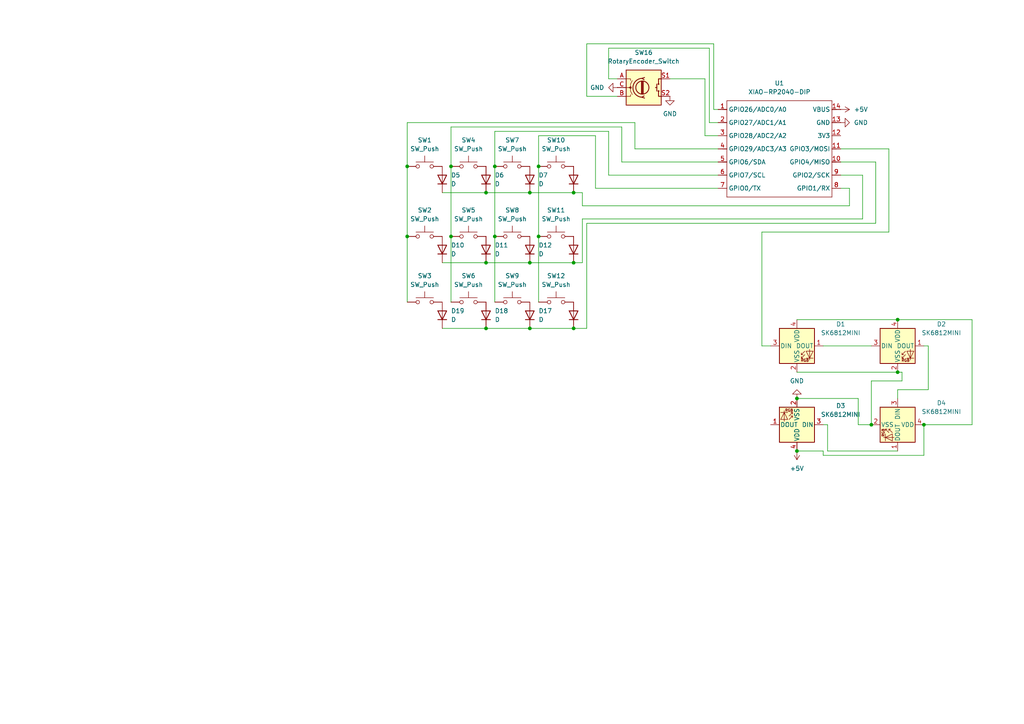
<source format=kicad_sch>
(kicad_sch
	(version 20231120)
	(generator "eeschema")
	(generator_version "8.0")
	(uuid "1fe7e3c5-d149-4b1a-9647-7b04013ab62e")
	(paper "A4")
	(lib_symbols
		(symbol "Device:D"
			(pin_numbers hide)
			(pin_names
				(offset 1.016) hide)
			(exclude_from_sim no)
			(in_bom yes)
			(on_board yes)
			(property "Reference" "D"
				(at 0 2.54 0)
				(effects
					(font
						(size 1.27 1.27)
					)
				)
			)
			(property "Value" "D"
				(at 0 -2.54 0)
				(effects
					(font
						(size 1.27 1.27)
					)
				)
			)
			(property "Footprint" ""
				(at 0 0 0)
				(effects
					(font
						(size 1.27 1.27)
					)
					(hide yes)
				)
			)
			(property "Datasheet" "~"
				(at 0 0 0)
				(effects
					(font
						(size 1.27 1.27)
					)
					(hide yes)
				)
			)
			(property "Description" "Diode"
				(at 0 0 0)
				(effects
					(font
						(size 1.27 1.27)
					)
					(hide yes)
				)
			)
			(property "Sim.Device" "D"
				(at 0 0 0)
				(effects
					(font
						(size 1.27 1.27)
					)
					(hide yes)
				)
			)
			(property "Sim.Pins" "1=K 2=A"
				(at 0 0 0)
				(effects
					(font
						(size 1.27 1.27)
					)
					(hide yes)
				)
			)
			(property "ki_keywords" "diode"
				(at 0 0 0)
				(effects
					(font
						(size 1.27 1.27)
					)
					(hide yes)
				)
			)
			(property "ki_fp_filters" "TO-???* *_Diode_* *SingleDiode* D_*"
				(at 0 0 0)
				(effects
					(font
						(size 1.27 1.27)
					)
					(hide yes)
				)
			)
			(symbol "D_0_1"
				(polyline
					(pts
						(xy -1.27 1.27) (xy -1.27 -1.27)
					)
					(stroke
						(width 0.254)
						(type default)
					)
					(fill
						(type none)
					)
				)
				(polyline
					(pts
						(xy 1.27 0) (xy -1.27 0)
					)
					(stroke
						(width 0)
						(type default)
					)
					(fill
						(type none)
					)
				)
				(polyline
					(pts
						(xy 1.27 1.27) (xy 1.27 -1.27) (xy -1.27 0) (xy 1.27 1.27)
					)
					(stroke
						(width 0.254)
						(type default)
					)
					(fill
						(type none)
					)
				)
			)
			(symbol "D_1_1"
				(pin passive line
					(at -3.81 0 0)
					(length 2.54)
					(name "K"
						(effects
							(font
								(size 1.27 1.27)
							)
						)
					)
					(number "1"
						(effects
							(font
								(size 1.27 1.27)
							)
						)
					)
				)
				(pin passive line
					(at 3.81 0 180)
					(length 2.54)
					(name "A"
						(effects
							(font
								(size 1.27 1.27)
							)
						)
					)
					(number "2"
						(effects
							(font
								(size 1.27 1.27)
							)
						)
					)
				)
			)
		)
		(symbol "Device:RotaryEncoder_Switch"
			(pin_names
				(offset 0.254) hide)
			(exclude_from_sim no)
			(in_bom yes)
			(on_board yes)
			(property "Reference" "SW"
				(at 0 6.604 0)
				(effects
					(font
						(size 1.27 1.27)
					)
				)
			)
			(property "Value" "RotaryEncoder_Switch"
				(at 0 -6.604 0)
				(effects
					(font
						(size 1.27 1.27)
					)
				)
			)
			(property "Footprint" ""
				(at -3.81 4.064 0)
				(effects
					(font
						(size 1.27 1.27)
					)
					(hide yes)
				)
			)
			(property "Datasheet" "~"
				(at 0 6.604 0)
				(effects
					(font
						(size 1.27 1.27)
					)
					(hide yes)
				)
			)
			(property "Description" "Rotary encoder, dual channel, incremental quadrate outputs, with switch"
				(at 0 0 0)
				(effects
					(font
						(size 1.27 1.27)
					)
					(hide yes)
				)
			)
			(property "ki_keywords" "rotary switch encoder switch push button"
				(at 0 0 0)
				(effects
					(font
						(size 1.27 1.27)
					)
					(hide yes)
				)
			)
			(property "ki_fp_filters" "RotaryEncoder*Switch*"
				(at 0 0 0)
				(effects
					(font
						(size 1.27 1.27)
					)
					(hide yes)
				)
			)
			(symbol "RotaryEncoder_Switch_0_1"
				(rectangle
					(start -5.08 5.08)
					(end 5.08 -5.08)
					(stroke
						(width 0.254)
						(type default)
					)
					(fill
						(type background)
					)
				)
				(circle
					(center -3.81 0)
					(radius 0.254)
					(stroke
						(width 0)
						(type default)
					)
					(fill
						(type outline)
					)
				)
				(circle
					(center -0.381 0)
					(radius 1.905)
					(stroke
						(width 0.254)
						(type default)
					)
					(fill
						(type none)
					)
				)
				(arc
					(start -0.381 2.667)
					(mid -3.0988 -0.0635)
					(end -0.381 -2.794)
					(stroke
						(width 0.254)
						(type default)
					)
					(fill
						(type none)
					)
				)
				(polyline
					(pts
						(xy -0.635 -1.778) (xy -0.635 1.778)
					)
					(stroke
						(width 0.254)
						(type default)
					)
					(fill
						(type none)
					)
				)
				(polyline
					(pts
						(xy -0.381 -1.778) (xy -0.381 1.778)
					)
					(stroke
						(width 0.254)
						(type default)
					)
					(fill
						(type none)
					)
				)
				(polyline
					(pts
						(xy -0.127 1.778) (xy -0.127 -1.778)
					)
					(stroke
						(width 0.254)
						(type default)
					)
					(fill
						(type none)
					)
				)
				(polyline
					(pts
						(xy 3.81 0) (xy 3.429 0)
					)
					(stroke
						(width 0.254)
						(type default)
					)
					(fill
						(type none)
					)
				)
				(polyline
					(pts
						(xy 3.81 1.016) (xy 3.81 -1.016)
					)
					(stroke
						(width 0.254)
						(type default)
					)
					(fill
						(type none)
					)
				)
				(polyline
					(pts
						(xy -5.08 -2.54) (xy -3.81 -2.54) (xy -3.81 -2.032)
					)
					(stroke
						(width 0)
						(type default)
					)
					(fill
						(type none)
					)
				)
				(polyline
					(pts
						(xy -5.08 2.54) (xy -3.81 2.54) (xy -3.81 2.032)
					)
					(stroke
						(width 0)
						(type default)
					)
					(fill
						(type none)
					)
				)
				(polyline
					(pts
						(xy 0.254 -3.048) (xy -0.508 -2.794) (xy 0.127 -2.413)
					)
					(stroke
						(width 0.254)
						(type default)
					)
					(fill
						(type none)
					)
				)
				(polyline
					(pts
						(xy 0.254 2.921) (xy -0.508 2.667) (xy 0.127 2.286)
					)
					(stroke
						(width 0.254)
						(type default)
					)
					(fill
						(type none)
					)
				)
				(polyline
					(pts
						(xy 5.08 -2.54) (xy 4.318 -2.54) (xy 4.318 -1.016)
					)
					(stroke
						(width 0.254)
						(type default)
					)
					(fill
						(type none)
					)
				)
				(polyline
					(pts
						(xy 5.08 2.54) (xy 4.318 2.54) (xy 4.318 1.016)
					)
					(stroke
						(width 0.254)
						(type default)
					)
					(fill
						(type none)
					)
				)
				(polyline
					(pts
						(xy -5.08 0) (xy -3.81 0) (xy -3.81 -1.016) (xy -3.302 -2.032)
					)
					(stroke
						(width 0)
						(type default)
					)
					(fill
						(type none)
					)
				)
				(polyline
					(pts
						(xy -4.318 0) (xy -3.81 0) (xy -3.81 1.016) (xy -3.302 2.032)
					)
					(stroke
						(width 0)
						(type default)
					)
					(fill
						(type none)
					)
				)
				(circle
					(center 4.318 -1.016)
					(radius 0.127)
					(stroke
						(width 0.254)
						(type default)
					)
					(fill
						(type none)
					)
				)
				(circle
					(center 4.318 1.016)
					(radius 0.127)
					(stroke
						(width 0.254)
						(type default)
					)
					(fill
						(type none)
					)
				)
			)
			(symbol "RotaryEncoder_Switch_1_1"
				(pin passive line
					(at -7.62 2.54 0)
					(length 2.54)
					(name "A"
						(effects
							(font
								(size 1.27 1.27)
							)
						)
					)
					(number "A"
						(effects
							(font
								(size 1.27 1.27)
							)
						)
					)
				)
				(pin passive line
					(at -7.62 -2.54 0)
					(length 2.54)
					(name "B"
						(effects
							(font
								(size 1.27 1.27)
							)
						)
					)
					(number "B"
						(effects
							(font
								(size 1.27 1.27)
							)
						)
					)
				)
				(pin passive line
					(at -7.62 0 0)
					(length 2.54)
					(name "C"
						(effects
							(font
								(size 1.27 1.27)
							)
						)
					)
					(number "C"
						(effects
							(font
								(size 1.27 1.27)
							)
						)
					)
				)
				(pin passive line
					(at 7.62 2.54 180)
					(length 2.54)
					(name "S1"
						(effects
							(font
								(size 1.27 1.27)
							)
						)
					)
					(number "S1"
						(effects
							(font
								(size 1.27 1.27)
							)
						)
					)
				)
				(pin passive line
					(at 7.62 -2.54 180)
					(length 2.54)
					(name "S2"
						(effects
							(font
								(size 1.27 1.27)
							)
						)
					)
					(number "S2"
						(effects
							(font
								(size 1.27 1.27)
							)
						)
					)
				)
			)
		)
		(symbol "LED:SK6812MINI"
			(pin_names
				(offset 0.254)
			)
			(exclude_from_sim no)
			(in_bom yes)
			(on_board yes)
			(property "Reference" "D"
				(at 5.08 5.715 0)
				(effects
					(font
						(size 1.27 1.27)
					)
					(justify right bottom)
				)
			)
			(property "Value" "SK6812MINI"
				(at 1.27 -5.715 0)
				(effects
					(font
						(size 1.27 1.27)
					)
					(justify left top)
				)
			)
			(property "Footprint" "LED_SMD:LED_SK6812MINI_PLCC4_3.5x3.5mm_P1.75mm"
				(at 1.27 -7.62 0)
				(effects
					(font
						(size 1.27 1.27)
					)
					(justify left top)
					(hide yes)
				)
			)
			(property "Datasheet" "https://cdn-shop.adafruit.com/product-files/2686/SK6812MINI_REV.01-1-2.pdf"
				(at 2.54 -9.525 0)
				(effects
					(font
						(size 1.27 1.27)
					)
					(justify left top)
					(hide yes)
				)
			)
			(property "Description" "RGB LED with integrated controller"
				(at 0 0 0)
				(effects
					(font
						(size 1.27 1.27)
					)
					(hide yes)
				)
			)
			(property "ki_keywords" "RGB LED NeoPixel Mini addressable"
				(at 0 0 0)
				(effects
					(font
						(size 1.27 1.27)
					)
					(hide yes)
				)
			)
			(property "ki_fp_filters" "LED*SK6812MINI*PLCC*3.5x3.5mm*P1.75mm*"
				(at 0 0 0)
				(effects
					(font
						(size 1.27 1.27)
					)
					(hide yes)
				)
			)
			(symbol "SK6812MINI_0_0"
				(text "RGB"
					(at 2.286 -4.191 0)
					(effects
						(font
							(size 0.762 0.762)
						)
					)
				)
			)
			(symbol "SK6812MINI_0_1"
				(polyline
					(pts
						(xy 1.27 -3.556) (xy 1.778 -3.556)
					)
					(stroke
						(width 0)
						(type default)
					)
					(fill
						(type none)
					)
				)
				(polyline
					(pts
						(xy 1.27 -2.54) (xy 1.778 -2.54)
					)
					(stroke
						(width 0)
						(type default)
					)
					(fill
						(type none)
					)
				)
				(polyline
					(pts
						(xy 4.699 -3.556) (xy 2.667 -3.556)
					)
					(stroke
						(width 0)
						(type default)
					)
					(fill
						(type none)
					)
				)
				(polyline
					(pts
						(xy 2.286 -2.54) (xy 1.27 -3.556) (xy 1.27 -3.048)
					)
					(stroke
						(width 0)
						(type default)
					)
					(fill
						(type none)
					)
				)
				(polyline
					(pts
						(xy 2.286 -1.524) (xy 1.27 -2.54) (xy 1.27 -2.032)
					)
					(stroke
						(width 0)
						(type default)
					)
					(fill
						(type none)
					)
				)
				(polyline
					(pts
						(xy 3.683 -1.016) (xy 3.683 -3.556) (xy 3.683 -4.064)
					)
					(stroke
						(width 0)
						(type default)
					)
					(fill
						(type none)
					)
				)
				(polyline
					(pts
						(xy 4.699 -1.524) (xy 2.667 -1.524) (xy 3.683 -3.556) (xy 4.699 -1.524)
					)
					(stroke
						(width 0)
						(type default)
					)
					(fill
						(type none)
					)
				)
				(rectangle
					(start 5.08 5.08)
					(end -5.08 -5.08)
					(stroke
						(width 0.254)
						(type default)
					)
					(fill
						(type background)
					)
				)
			)
			(symbol "SK6812MINI_1_1"
				(pin output line
					(at 7.62 0 180)
					(length 2.54)
					(name "DOUT"
						(effects
							(font
								(size 1.27 1.27)
							)
						)
					)
					(number "1"
						(effects
							(font
								(size 1.27 1.27)
							)
						)
					)
				)
				(pin power_in line
					(at 0 -7.62 90)
					(length 2.54)
					(name "VSS"
						(effects
							(font
								(size 1.27 1.27)
							)
						)
					)
					(number "2"
						(effects
							(font
								(size 1.27 1.27)
							)
						)
					)
				)
				(pin input line
					(at -7.62 0 0)
					(length 2.54)
					(name "DIN"
						(effects
							(font
								(size 1.27 1.27)
							)
						)
					)
					(number "3"
						(effects
							(font
								(size 1.27 1.27)
							)
						)
					)
				)
				(pin power_in line
					(at 0 7.62 270)
					(length 2.54)
					(name "VDD"
						(effects
							(font
								(size 1.27 1.27)
							)
						)
					)
					(number "4"
						(effects
							(font
								(size 1.27 1.27)
							)
						)
					)
				)
			)
		)
		(symbol "OPL:XIAO-RP2040-DIP"
			(exclude_from_sim no)
			(in_bom yes)
			(on_board yes)
			(property "Reference" "U"
				(at 0 0 0)
				(effects
					(font
						(size 1.27 1.27)
					)
				)
			)
			(property "Value" "XIAO-RP2040-DIP"
				(at 5.334 -1.778 0)
				(effects
					(font
						(size 1.27 1.27)
					)
				)
			)
			(property "Footprint" "Module:MOUDLE14P-XIAO-DIP-SMD"
				(at 14.478 -32.258 0)
				(effects
					(font
						(size 1.27 1.27)
					)
					(hide yes)
				)
			)
			(property "Datasheet" ""
				(at 0 0 0)
				(effects
					(font
						(size 1.27 1.27)
					)
					(hide yes)
				)
			)
			(property "Description" ""
				(at 0 0 0)
				(effects
					(font
						(size 1.27 1.27)
					)
					(hide yes)
				)
			)
			(symbol "XIAO-RP2040-DIP_1_0"
				(polyline
					(pts
						(xy -1.27 -30.48) (xy -1.27 -16.51)
					)
					(stroke
						(width 0.1524)
						(type solid)
					)
					(fill
						(type none)
					)
				)
				(polyline
					(pts
						(xy -1.27 -27.94) (xy -2.54 -27.94)
					)
					(stroke
						(width 0.1524)
						(type solid)
					)
					(fill
						(type none)
					)
				)
				(polyline
					(pts
						(xy -1.27 -24.13) (xy -2.54 -24.13)
					)
					(stroke
						(width 0.1524)
						(type solid)
					)
					(fill
						(type none)
					)
				)
				(polyline
					(pts
						(xy -1.27 -20.32) (xy -2.54 -20.32)
					)
					(stroke
						(width 0.1524)
						(type solid)
					)
					(fill
						(type none)
					)
				)
				(polyline
					(pts
						(xy -1.27 -16.51) (xy -2.54 -16.51)
					)
					(stroke
						(width 0.1524)
						(type solid)
					)
					(fill
						(type none)
					)
				)
				(polyline
					(pts
						(xy -1.27 -16.51) (xy -1.27 -12.7)
					)
					(stroke
						(width 0.1524)
						(type solid)
					)
					(fill
						(type none)
					)
				)
				(polyline
					(pts
						(xy -1.27 -12.7) (xy -2.54 -12.7)
					)
					(stroke
						(width 0.1524)
						(type solid)
					)
					(fill
						(type none)
					)
				)
				(polyline
					(pts
						(xy -1.27 -12.7) (xy -1.27 -8.89)
					)
					(stroke
						(width 0.1524)
						(type solid)
					)
					(fill
						(type none)
					)
				)
				(polyline
					(pts
						(xy -1.27 -8.89) (xy -2.54 -8.89)
					)
					(stroke
						(width 0.1524)
						(type solid)
					)
					(fill
						(type none)
					)
				)
				(polyline
					(pts
						(xy -1.27 -8.89) (xy -1.27 -5.08)
					)
					(stroke
						(width 0.1524)
						(type solid)
					)
					(fill
						(type none)
					)
				)
				(polyline
					(pts
						(xy -1.27 -5.08) (xy -2.54 -5.08)
					)
					(stroke
						(width 0.1524)
						(type solid)
					)
					(fill
						(type none)
					)
				)
				(polyline
					(pts
						(xy -1.27 -5.08) (xy -1.27 -2.54)
					)
					(stroke
						(width 0.1524)
						(type solid)
					)
					(fill
						(type none)
					)
				)
				(polyline
					(pts
						(xy -1.27 -2.54) (xy 29.21 -2.54)
					)
					(stroke
						(width 0.1524)
						(type solid)
					)
					(fill
						(type none)
					)
				)
				(polyline
					(pts
						(xy 29.21 -30.48) (xy -1.27 -30.48)
					)
					(stroke
						(width 0.1524)
						(type solid)
					)
					(fill
						(type none)
					)
				)
				(polyline
					(pts
						(xy 29.21 -12.7) (xy 29.21 -30.48)
					)
					(stroke
						(width 0.1524)
						(type solid)
					)
					(fill
						(type none)
					)
				)
				(polyline
					(pts
						(xy 29.21 -8.89) (xy 29.21 -12.7)
					)
					(stroke
						(width 0.1524)
						(type solid)
					)
					(fill
						(type none)
					)
				)
				(polyline
					(pts
						(xy 29.21 -5.08) (xy 29.21 -8.89)
					)
					(stroke
						(width 0.1524)
						(type solid)
					)
					(fill
						(type none)
					)
				)
				(polyline
					(pts
						(xy 29.21 -2.54) (xy 29.21 -5.08)
					)
					(stroke
						(width 0.1524)
						(type solid)
					)
					(fill
						(type none)
					)
				)
				(polyline
					(pts
						(xy 30.48 -27.94) (xy 29.21 -27.94)
					)
					(stroke
						(width 0.1524)
						(type solid)
					)
					(fill
						(type none)
					)
				)
				(polyline
					(pts
						(xy 30.48 -24.13) (xy 29.21 -24.13)
					)
					(stroke
						(width 0.1524)
						(type solid)
					)
					(fill
						(type none)
					)
				)
				(polyline
					(pts
						(xy 30.48 -20.32) (xy 29.21 -20.32)
					)
					(stroke
						(width 0.1524)
						(type solid)
					)
					(fill
						(type none)
					)
				)
				(polyline
					(pts
						(xy 30.48 -16.51) (xy 29.21 -16.51)
					)
					(stroke
						(width 0.1524)
						(type solid)
					)
					(fill
						(type none)
					)
				)
				(polyline
					(pts
						(xy 30.48 -12.7) (xy 29.21 -12.7)
					)
					(stroke
						(width 0.1524)
						(type solid)
					)
					(fill
						(type none)
					)
				)
				(polyline
					(pts
						(xy 30.48 -8.89) (xy 29.21 -8.89)
					)
					(stroke
						(width 0.1524)
						(type solid)
					)
					(fill
						(type none)
					)
				)
				(polyline
					(pts
						(xy 30.48 -5.08) (xy 29.21 -5.08)
					)
					(stroke
						(width 0.1524)
						(type solid)
					)
					(fill
						(type none)
					)
				)
				(pin passive line
					(at -3.81 -5.08 0)
					(length 2.54)
					(name "GPIO26/ADC0/A0"
						(effects
							(font
								(size 1.27 1.27)
							)
						)
					)
					(number "1"
						(effects
							(font
								(size 1.27 1.27)
							)
						)
					)
				)
				(pin passive line
					(at 31.75 -20.32 180)
					(length 2.54)
					(name "GPIO4/MISO"
						(effects
							(font
								(size 1.27 1.27)
							)
						)
					)
					(number "10"
						(effects
							(font
								(size 1.27 1.27)
							)
						)
					)
				)
				(pin passive line
					(at 31.75 -16.51 180)
					(length 2.54)
					(name "GPIO3/MOSI"
						(effects
							(font
								(size 1.27 1.27)
							)
						)
					)
					(number "11"
						(effects
							(font
								(size 1.27 1.27)
							)
						)
					)
				)
				(pin passive line
					(at 31.75 -12.7 180)
					(length 2.54)
					(name "3V3"
						(effects
							(font
								(size 1.27 1.27)
							)
						)
					)
					(number "12"
						(effects
							(font
								(size 1.27 1.27)
							)
						)
					)
				)
				(pin passive line
					(at 31.75 -8.89 180)
					(length 2.54)
					(name "GND"
						(effects
							(font
								(size 1.27 1.27)
							)
						)
					)
					(number "13"
						(effects
							(font
								(size 1.27 1.27)
							)
						)
					)
				)
				(pin passive line
					(at 31.75 -5.08 180)
					(length 2.54)
					(name "VBUS"
						(effects
							(font
								(size 1.27 1.27)
							)
						)
					)
					(number "14"
						(effects
							(font
								(size 1.27 1.27)
							)
						)
					)
				)
				(pin passive line
					(at -3.81 -8.89 0)
					(length 2.54)
					(name "GPIO27/ADC1/A1"
						(effects
							(font
								(size 1.27 1.27)
							)
						)
					)
					(number "2"
						(effects
							(font
								(size 1.27 1.27)
							)
						)
					)
				)
				(pin passive line
					(at -3.81 -12.7 0)
					(length 2.54)
					(name "GPIO28/ADC2/A2"
						(effects
							(font
								(size 1.27 1.27)
							)
						)
					)
					(number "3"
						(effects
							(font
								(size 1.27 1.27)
							)
						)
					)
				)
				(pin passive line
					(at -3.81 -16.51 0)
					(length 2.54)
					(name "GPIO29/ADC3/A3"
						(effects
							(font
								(size 1.27 1.27)
							)
						)
					)
					(number "4"
						(effects
							(font
								(size 1.27 1.27)
							)
						)
					)
				)
				(pin passive line
					(at -3.81 -20.32 0)
					(length 2.54)
					(name "GPIO6/SDA"
						(effects
							(font
								(size 1.27 1.27)
							)
						)
					)
					(number "5"
						(effects
							(font
								(size 1.27 1.27)
							)
						)
					)
				)
				(pin passive line
					(at -3.81 -24.13 0)
					(length 2.54)
					(name "GPIO7/SCL"
						(effects
							(font
								(size 1.27 1.27)
							)
						)
					)
					(number "6"
						(effects
							(font
								(size 1.27 1.27)
							)
						)
					)
				)
				(pin passive line
					(at -3.81 -27.94 0)
					(length 2.54)
					(name "GPIO0/TX"
						(effects
							(font
								(size 1.27 1.27)
							)
						)
					)
					(number "7"
						(effects
							(font
								(size 1.27 1.27)
							)
						)
					)
				)
				(pin passive line
					(at 31.75 -27.94 180)
					(length 2.54)
					(name "GPIO1/RX"
						(effects
							(font
								(size 1.27 1.27)
							)
						)
					)
					(number "8"
						(effects
							(font
								(size 1.27 1.27)
							)
						)
					)
				)
				(pin passive line
					(at 31.75 -24.13 180)
					(length 2.54)
					(name "GPIO2/SCK"
						(effects
							(font
								(size 1.27 1.27)
							)
						)
					)
					(number "9"
						(effects
							(font
								(size 1.27 1.27)
							)
						)
					)
				)
			)
		)
		(symbol "Switch:SW_Push"
			(pin_numbers hide)
			(pin_names
				(offset 1.016) hide)
			(exclude_from_sim no)
			(in_bom yes)
			(on_board yes)
			(property "Reference" "SW"
				(at 1.27 2.54 0)
				(effects
					(font
						(size 1.27 1.27)
					)
					(justify left)
				)
			)
			(property "Value" "SW_Push"
				(at 0 -1.524 0)
				(effects
					(font
						(size 1.27 1.27)
					)
				)
			)
			(property "Footprint" ""
				(at 0 5.08 0)
				(effects
					(font
						(size 1.27 1.27)
					)
					(hide yes)
				)
			)
			(property "Datasheet" "~"
				(at 0 5.08 0)
				(effects
					(font
						(size 1.27 1.27)
					)
					(hide yes)
				)
			)
			(property "Description" "Push button switch, generic, two pins"
				(at 0 0 0)
				(effects
					(font
						(size 1.27 1.27)
					)
					(hide yes)
				)
			)
			(property "ki_keywords" "switch normally-open pushbutton push-button"
				(at 0 0 0)
				(effects
					(font
						(size 1.27 1.27)
					)
					(hide yes)
				)
			)
			(symbol "SW_Push_0_1"
				(circle
					(center -2.032 0)
					(radius 0.508)
					(stroke
						(width 0)
						(type default)
					)
					(fill
						(type none)
					)
				)
				(polyline
					(pts
						(xy 0 1.27) (xy 0 3.048)
					)
					(stroke
						(width 0)
						(type default)
					)
					(fill
						(type none)
					)
				)
				(polyline
					(pts
						(xy 2.54 1.27) (xy -2.54 1.27)
					)
					(stroke
						(width 0)
						(type default)
					)
					(fill
						(type none)
					)
				)
				(circle
					(center 2.032 0)
					(radius 0.508)
					(stroke
						(width 0)
						(type default)
					)
					(fill
						(type none)
					)
				)
				(pin passive line
					(at -5.08 0 0)
					(length 2.54)
					(name "1"
						(effects
							(font
								(size 1.27 1.27)
							)
						)
					)
					(number "1"
						(effects
							(font
								(size 1.27 1.27)
							)
						)
					)
				)
				(pin passive line
					(at 5.08 0 180)
					(length 2.54)
					(name "2"
						(effects
							(font
								(size 1.27 1.27)
							)
						)
					)
					(number "2"
						(effects
							(font
								(size 1.27 1.27)
							)
						)
					)
				)
			)
		)
		(symbol "power:+5V"
			(power)
			(pin_numbers hide)
			(pin_names
				(offset 0) hide)
			(exclude_from_sim no)
			(in_bom yes)
			(on_board yes)
			(property "Reference" "#PWR"
				(at 0 -3.81 0)
				(effects
					(font
						(size 1.27 1.27)
					)
					(hide yes)
				)
			)
			(property "Value" "+5V"
				(at 0 3.556 0)
				(effects
					(font
						(size 1.27 1.27)
					)
				)
			)
			(property "Footprint" ""
				(at 0 0 0)
				(effects
					(font
						(size 1.27 1.27)
					)
					(hide yes)
				)
			)
			(property "Datasheet" ""
				(at 0 0 0)
				(effects
					(font
						(size 1.27 1.27)
					)
					(hide yes)
				)
			)
			(property "Description" "Power symbol creates a global label with name \"+5V\""
				(at 0 0 0)
				(effects
					(font
						(size 1.27 1.27)
					)
					(hide yes)
				)
			)
			(property "ki_keywords" "global power"
				(at 0 0 0)
				(effects
					(font
						(size 1.27 1.27)
					)
					(hide yes)
				)
			)
			(symbol "+5V_0_1"
				(polyline
					(pts
						(xy -0.762 1.27) (xy 0 2.54)
					)
					(stroke
						(width 0)
						(type default)
					)
					(fill
						(type none)
					)
				)
				(polyline
					(pts
						(xy 0 0) (xy 0 2.54)
					)
					(stroke
						(width 0)
						(type default)
					)
					(fill
						(type none)
					)
				)
				(polyline
					(pts
						(xy 0 2.54) (xy 0.762 1.27)
					)
					(stroke
						(width 0)
						(type default)
					)
					(fill
						(type none)
					)
				)
			)
			(symbol "+5V_1_1"
				(pin power_in line
					(at 0 0 90)
					(length 0)
					(name "~"
						(effects
							(font
								(size 1.27 1.27)
							)
						)
					)
					(number "1"
						(effects
							(font
								(size 1.27 1.27)
							)
						)
					)
				)
			)
		)
		(symbol "power:GND"
			(power)
			(pin_numbers hide)
			(pin_names
				(offset 0) hide)
			(exclude_from_sim no)
			(in_bom yes)
			(on_board yes)
			(property "Reference" "#PWR"
				(at 0 -6.35 0)
				(effects
					(font
						(size 1.27 1.27)
					)
					(hide yes)
				)
			)
			(property "Value" "GND"
				(at 0 -3.81 0)
				(effects
					(font
						(size 1.27 1.27)
					)
				)
			)
			(property "Footprint" ""
				(at 0 0 0)
				(effects
					(font
						(size 1.27 1.27)
					)
					(hide yes)
				)
			)
			(property "Datasheet" ""
				(at 0 0 0)
				(effects
					(font
						(size 1.27 1.27)
					)
					(hide yes)
				)
			)
			(property "Description" "Power symbol creates a global label with name \"GND\" , ground"
				(at 0 0 0)
				(effects
					(font
						(size 1.27 1.27)
					)
					(hide yes)
				)
			)
			(property "ki_keywords" "global power"
				(at 0 0 0)
				(effects
					(font
						(size 1.27 1.27)
					)
					(hide yes)
				)
			)
			(symbol "GND_0_1"
				(polyline
					(pts
						(xy 0 0) (xy 0 -1.27) (xy 1.27 -1.27) (xy 0 -2.54) (xy -1.27 -1.27) (xy 0 -1.27)
					)
					(stroke
						(width 0)
						(type default)
					)
					(fill
						(type none)
					)
				)
			)
			(symbol "GND_1_1"
				(pin power_in line
					(at 0 0 270)
					(length 0)
					(name "~"
						(effects
							(font
								(size 1.27 1.27)
							)
						)
					)
					(number "1"
						(effects
							(font
								(size 1.27 1.27)
							)
						)
					)
				)
			)
		)
	)
	(junction
		(at 143.51 68.58)
		(diameter 0)
		(color 0 0 0 0)
		(uuid "03457388-acc3-4329-88d1-a4469e9a6536")
	)
	(junction
		(at 267.97 123.19)
		(diameter 0)
		(color 0 0 0 0)
		(uuid "0c4aa93c-8e9e-4bc5-bd86-470c57ae4b3d")
	)
	(junction
		(at 231.14 130.81)
		(diameter 0)
		(color 0 0 0 0)
		(uuid "327de2b9-a036-46a3-a969-2b78ecc8e360")
	)
	(junction
		(at 166.37 95.25)
		(diameter 0)
		(color 0 0 0 0)
		(uuid "35ba0746-61f8-4dba-8c74-40e7f59a06ce")
	)
	(junction
		(at 130.81 48.26)
		(diameter 0)
		(color 0 0 0 0)
		(uuid "3868ca42-0943-449f-b8be-09352d61f7f3")
	)
	(junction
		(at 118.11 48.26)
		(diameter 0)
		(color 0 0 0 0)
		(uuid "3f631ffe-e9c8-4625-a48a-2906868f6690")
	)
	(junction
		(at 231.14 115.57)
		(diameter 0)
		(color 0 0 0 0)
		(uuid "49aa0c2f-1548-46f3-83fc-b2043a201c58")
	)
	(junction
		(at 260.35 107.95)
		(diameter 0)
		(color 0 0 0 0)
		(uuid "50903165-7630-4afc-9044-7c88db3a3c45")
	)
	(junction
		(at 118.11 68.58)
		(diameter 0)
		(color 0 0 0 0)
		(uuid "659f1047-7ce6-482f-a569-edd477a2b12f")
	)
	(junction
		(at 153.67 95.25)
		(diameter 0)
		(color 0 0 0 0)
		(uuid "670a74a5-432c-4846-85c8-7dac59763c3e")
	)
	(junction
		(at 260.35 92.71)
		(diameter 0)
		(color 0 0 0 0)
		(uuid "774b1ee9-91ac-46d0-a5a2-bacc4121ce3a")
	)
	(junction
		(at 140.97 76.2)
		(diameter 0)
		(color 0 0 0 0)
		(uuid "8c204cd9-1a78-4468-b4f2-d894b07c3ca8")
	)
	(junction
		(at 156.21 68.58)
		(diameter 0)
		(color 0 0 0 0)
		(uuid "8e7357ff-8ca5-40fc-b871-f94f35800840")
	)
	(junction
		(at 166.37 55.88)
		(diameter 0)
		(color 0 0 0 0)
		(uuid "9312f67f-57e0-4533-96e0-d1599959aa5e")
	)
	(junction
		(at 143.51 48.26)
		(diameter 0)
		(color 0 0 0 0)
		(uuid "93ca41f8-cc91-4619-a228-2b932e71adb6")
	)
	(junction
		(at 140.97 55.88)
		(diameter 0)
		(color 0 0 0 0)
		(uuid "99ede8a3-5bea-44c2-9307-f26a012d4dfc")
	)
	(junction
		(at 153.67 55.88)
		(diameter 0)
		(color 0 0 0 0)
		(uuid "a281aa63-4a5b-489b-9b29-1bdff5813449")
	)
	(junction
		(at 156.21 48.26)
		(diameter 0)
		(color 0 0 0 0)
		(uuid "b42e8bc9-a705-406b-8ee2-851e93b0618e")
	)
	(junction
		(at 153.67 76.2)
		(diameter 0)
		(color 0 0 0 0)
		(uuid "bae996de-fbab-4a69-a2dd-58a71e35251d")
	)
	(junction
		(at 166.37 76.2)
		(diameter 0)
		(color 0 0 0 0)
		(uuid "d475804d-8eea-494b-91f5-1bf9fc162822")
	)
	(junction
		(at 252.73 123.19)
		(diameter 0)
		(color 0 0 0 0)
		(uuid "d7d4fde8-0b79-4126-85aa-69087d8d5d8a")
	)
	(junction
		(at 140.97 95.25)
		(diameter 0)
		(color 0 0 0 0)
		(uuid "e9ee6d1a-c58e-4800-8d84-9e0ebc12fa2d")
	)
	(junction
		(at 130.81 68.58)
		(diameter 0)
		(color 0 0 0 0)
		(uuid "f1f44840-7e95-4647-bff2-a3d637d417a6")
	)
	(wire
		(pts
			(xy 140.97 76.2) (xy 153.67 76.2)
		)
		(stroke
			(width 0)
			(type default)
		)
		(uuid "01c59496-a82d-4bdc-9467-b5f637b6e0fc")
	)
	(wire
		(pts
			(xy 153.67 95.25) (xy 166.37 95.25)
		)
		(stroke
			(width 0)
			(type default)
		)
		(uuid "0c58b650-be5a-4f8d-ad39-c802c2963464")
	)
	(wire
		(pts
			(xy 184.15 43.18) (xy 208.28 43.18)
		)
		(stroke
			(width 0)
			(type default)
		)
		(uuid "0dc8b012-9819-495d-af15-70f95d68c0b6")
	)
	(wire
		(pts
			(xy 220.98 67.31) (xy 257.81 67.31)
		)
		(stroke
			(width 0)
			(type default)
		)
		(uuid "0f193b8f-c77f-42d3-b101-e5d50bddfe8c")
	)
	(wire
		(pts
			(xy 118.11 48.26) (xy 118.11 35.56)
		)
		(stroke
			(width 0)
			(type default)
		)
		(uuid "10c7fd46-1e95-465e-97cd-940fac450b52")
	)
	(wire
		(pts
			(xy 168.91 55.88) (xy 168.91 59.69)
		)
		(stroke
			(width 0)
			(type default)
		)
		(uuid "121a0e50-e567-4219-bcb1-26c46521cf0a")
	)
	(wire
		(pts
			(xy 180.34 36.83) (xy 180.34 46.99)
		)
		(stroke
			(width 0)
			(type default)
		)
		(uuid "14666d38-b144-4653-8ff1-4a273f7baf79")
	)
	(wire
		(pts
			(xy 246.38 59.69) (xy 246.38 54.61)
		)
		(stroke
			(width 0)
			(type default)
		)
		(uuid "19c9bdf2-6f89-4021-a84a-dff371c7c37d")
	)
	(wire
		(pts
			(xy 176.53 22.86) (xy 176.53 13.97)
		)
		(stroke
			(width 0)
			(type default)
		)
		(uuid "1d8ece18-04d6-4ff8-8af5-3b12e770db1e")
	)
	(wire
		(pts
			(xy 269.24 100.33) (xy 269.24 113.03)
		)
		(stroke
			(width 0)
			(type default)
		)
		(uuid "1f5cb48e-2bb9-471b-adfe-270d48cd395b")
	)
	(wire
		(pts
			(xy 170.18 95.25) (xy 170.18 64.77)
		)
		(stroke
			(width 0)
			(type default)
		)
		(uuid "21c9b9e3-c10f-4bec-b7df-30477a71114e")
	)
	(wire
		(pts
			(xy 170.18 12.7) (xy 207.01 12.7)
		)
		(stroke
			(width 0)
			(type default)
		)
		(uuid "24020644-a6e3-4286-99cf-77ce99abbb3d")
	)
	(wire
		(pts
			(xy 281.94 123.19) (xy 267.97 123.19)
		)
		(stroke
			(width 0)
			(type default)
		)
		(uuid "26e2f596-82df-404b-9800-b4d726cc17a7")
	)
	(wire
		(pts
			(xy 130.81 87.63) (xy 130.81 68.58)
		)
		(stroke
			(width 0)
			(type default)
		)
		(uuid "282fe4f0-74e4-49ae-a8e1-f116cd9d9877")
	)
	(wire
		(pts
			(xy 223.52 100.33) (xy 220.98 100.33)
		)
		(stroke
			(width 0)
			(type default)
		)
		(uuid "2a30adf2-11d9-48e7-acf1-e46f947d33ed")
	)
	(wire
		(pts
			(xy 168.91 63.5) (xy 250.19 63.5)
		)
		(stroke
			(width 0)
			(type default)
		)
		(uuid "320585d1-8de3-467c-b2fb-cbd31c75a204")
	)
	(wire
		(pts
			(xy 248.92 115.57) (xy 231.14 115.57)
		)
		(stroke
			(width 0)
			(type default)
		)
		(uuid "352689cd-05c4-4920-84ec-e99fd2c88eb0")
	)
	(wire
		(pts
			(xy 184.15 35.56) (xy 184.15 43.18)
		)
		(stroke
			(width 0)
			(type default)
		)
		(uuid "369763b7-9f14-46b5-b31f-3635138feb82")
	)
	(wire
		(pts
			(xy 194.31 22.86) (xy 204.47 22.86)
		)
		(stroke
			(width 0)
			(type default)
		)
		(uuid "378f34dc-c63e-402b-8c00-2613f23efede")
	)
	(wire
		(pts
			(xy 118.11 87.63) (xy 118.11 68.58)
		)
		(stroke
			(width 0)
			(type default)
		)
		(uuid "38b678d9-42d5-49a7-b974-ffe2b24ecd3c")
	)
	(wire
		(pts
			(xy 143.51 68.58) (xy 143.51 48.26)
		)
		(stroke
			(width 0)
			(type default)
		)
		(uuid "3aaaabc9-608a-47ed-b449-dfc2a4b7a877")
	)
	(wire
		(pts
			(xy 261.62 107.95) (xy 261.62 110.49)
		)
		(stroke
			(width 0)
			(type default)
		)
		(uuid "451875ad-d579-4d7b-a215-7236721395a5")
	)
	(wire
		(pts
			(xy 243.84 50.8) (xy 250.19 50.8)
		)
		(stroke
			(width 0)
			(type default)
		)
		(uuid "45908557-b78a-4985-9cf1-f6b55e2a9c3b")
	)
	(wire
		(pts
			(xy 240.03 130.81) (xy 240.03 123.19)
		)
		(stroke
			(width 0)
			(type default)
		)
		(uuid "4bd6f88f-9563-4f98-b2cf-5914acc923ee")
	)
	(wire
		(pts
			(xy 168.91 76.2) (xy 168.91 63.5)
		)
		(stroke
			(width 0)
			(type default)
		)
		(uuid "4d29c411-93d4-4c2f-9c2b-8dfbf2b63468")
	)
	(wire
		(pts
			(xy 143.51 38.1) (xy 176.53 38.1)
		)
		(stroke
			(width 0)
			(type default)
		)
		(uuid "4d5f8719-5aee-44a1-97b6-accc92102233")
	)
	(wire
		(pts
			(xy 130.81 48.26) (xy 130.81 36.83)
		)
		(stroke
			(width 0)
			(type default)
		)
		(uuid "4d6ffdaa-23af-4be3-a2eb-99b441f9f894")
	)
	(wire
		(pts
			(xy 204.47 22.86) (xy 204.47 39.37)
		)
		(stroke
			(width 0)
			(type default)
		)
		(uuid "529c49de-b1f5-43c5-a1f6-c4dea8d5fc8b")
	)
	(wire
		(pts
			(xy 267.97 123.19) (xy 267.97 132.08)
		)
		(stroke
			(width 0)
			(type default)
		)
		(uuid "53894ce1-333f-49b0-a473-f8df2837a742")
	)
	(wire
		(pts
			(xy 166.37 55.88) (xy 168.91 55.88)
		)
		(stroke
			(width 0)
			(type default)
		)
		(uuid "5559ed04-c0b4-4650-becd-a5e8c2a164c8")
	)
	(wire
		(pts
			(xy 260.35 92.71) (xy 281.94 92.71)
		)
		(stroke
			(width 0)
			(type default)
		)
		(uuid "57813b0e-ecd2-4cc8-adac-dd60fec1a4b3")
	)
	(wire
		(pts
			(xy 156.21 39.37) (xy 172.72 39.37)
		)
		(stroke
			(width 0)
			(type default)
		)
		(uuid "57a2bbc3-7a1d-4013-9351-169a42a17f93")
	)
	(wire
		(pts
			(xy 118.11 68.58) (xy 118.11 48.26)
		)
		(stroke
			(width 0)
			(type default)
		)
		(uuid "57ad02f1-6be9-41cc-82e0-b854e057bd76")
	)
	(wire
		(pts
			(xy 205.74 13.97) (xy 205.74 35.56)
		)
		(stroke
			(width 0)
			(type default)
		)
		(uuid "57ee0e96-81ea-4bc8-bf80-d80d7c04cc18")
	)
	(wire
		(pts
			(xy 238.76 132.08) (xy 238.76 130.81)
		)
		(stroke
			(width 0)
			(type default)
		)
		(uuid "58eb47a8-5a26-4c3d-a273-01b28195d26a")
	)
	(wire
		(pts
			(xy 172.72 39.37) (xy 172.72 54.61)
		)
		(stroke
			(width 0)
			(type default)
		)
		(uuid "610df539-3f5c-4c17-bfe5-7d44acd4b9d5")
	)
	(wire
		(pts
			(xy 238.76 100.33) (xy 252.73 100.33)
		)
		(stroke
			(width 0)
			(type default)
		)
		(uuid "624a6ce4-76b7-4b51-816a-5d836a07054c")
	)
	(wire
		(pts
			(xy 205.74 35.56) (xy 208.28 35.56)
		)
		(stroke
			(width 0)
			(type default)
		)
		(uuid "660fa616-ec58-44f8-b46b-5b280a74aa96")
	)
	(wire
		(pts
			(xy 207.01 31.75) (xy 208.28 31.75)
		)
		(stroke
			(width 0)
			(type default)
		)
		(uuid "68136f62-3a17-4af7-af1b-262f04d3d60d")
	)
	(wire
		(pts
			(xy 179.07 22.86) (xy 176.53 22.86)
		)
		(stroke
			(width 0)
			(type default)
		)
		(uuid "69be3adb-ca4e-4db7-9cd5-dc1383d884fc")
	)
	(wire
		(pts
			(xy 130.81 36.83) (xy 180.34 36.83)
		)
		(stroke
			(width 0)
			(type default)
		)
		(uuid "6b86f61a-c687-4822-95e5-0fc41344e5a7")
	)
	(wire
		(pts
			(xy 156.21 48.26) (xy 156.21 39.37)
		)
		(stroke
			(width 0)
			(type default)
		)
		(uuid "6e10c23f-609b-4ccd-988a-fb36ee902672")
	)
	(wire
		(pts
			(xy 128.27 55.88) (xy 140.97 55.88)
		)
		(stroke
			(width 0)
			(type default)
		)
		(uuid "72bddfa3-61c3-4c26-ba00-8d6c3840a755")
	)
	(wire
		(pts
			(xy 231.14 92.71) (xy 260.35 92.71)
		)
		(stroke
			(width 0)
			(type default)
		)
		(uuid "751b903e-ed78-4b5f-88a1-a5c0af4bf293")
	)
	(wire
		(pts
			(xy 261.62 110.49) (xy 252.73 110.49)
		)
		(stroke
			(width 0)
			(type default)
		)
		(uuid "75e38f32-ade1-40bd-aec3-398121dd4ef9")
	)
	(wire
		(pts
			(xy 260.35 113.03) (xy 260.35 115.57)
		)
		(stroke
			(width 0)
			(type default)
		)
		(uuid "76b95a94-0faf-4921-ad8a-4b0d37776b20")
	)
	(wire
		(pts
			(xy 156.21 87.63) (xy 156.21 68.58)
		)
		(stroke
			(width 0)
			(type default)
		)
		(uuid "77c787ea-bd99-496b-8fad-f0c99d748ca7")
	)
	(wire
		(pts
			(xy 243.84 46.99) (xy 254 46.99)
		)
		(stroke
			(width 0)
			(type default)
		)
		(uuid "7b455dd6-5db9-4e20-ac23-ae3bc7052c73")
	)
	(wire
		(pts
			(xy 176.53 50.8) (xy 208.28 50.8)
		)
		(stroke
			(width 0)
			(type default)
		)
		(uuid "82f51ae7-f816-4445-8b8e-751b40a672bd")
	)
	(wire
		(pts
			(xy 170.18 64.77) (xy 254 64.77)
		)
		(stroke
			(width 0)
			(type default)
		)
		(uuid "84479ca8-0dbd-4a72-91bc-9217b1cab71f")
	)
	(wire
		(pts
			(xy 140.97 95.25) (xy 153.67 95.25)
		)
		(stroke
			(width 0)
			(type default)
		)
		(uuid "84a4839f-8b28-437d-8b28-929dc85d549d")
	)
	(wire
		(pts
			(xy 128.27 95.25) (xy 140.97 95.25)
		)
		(stroke
			(width 0)
			(type default)
		)
		(uuid "85f0fcc7-1397-4ff0-bc24-34232ee68a6e")
	)
	(wire
		(pts
			(xy 267.97 132.08) (xy 238.76 132.08)
		)
		(stroke
			(width 0)
			(type default)
		)
		(uuid "893bcc00-ae02-4139-97ac-e8b3d95b20ff")
	)
	(wire
		(pts
			(xy 143.51 48.26) (xy 143.51 38.1)
		)
		(stroke
			(width 0)
			(type default)
		)
		(uuid "89b6edc5-f36c-428e-a2b9-0867a4209164")
	)
	(wire
		(pts
			(xy 156.21 68.58) (xy 156.21 48.26)
		)
		(stroke
			(width 0)
			(type default)
		)
		(uuid "8f538ce8-b125-4b2e-9281-9fe065c7d5ca")
	)
	(wire
		(pts
			(xy 140.97 55.88) (xy 153.67 55.88)
		)
		(stroke
			(width 0)
			(type default)
		)
		(uuid "947c8660-d617-4c11-b739-635c7d082414")
	)
	(wire
		(pts
			(xy 166.37 76.2) (xy 168.91 76.2)
		)
		(stroke
			(width 0)
			(type default)
		)
		(uuid "97036ba6-5509-443b-848f-078228aeb6da")
	)
	(wire
		(pts
			(xy 176.53 13.97) (xy 205.74 13.97)
		)
		(stroke
			(width 0)
			(type default)
		)
		(uuid "99b8acd2-e21d-4199-b9a7-c8c6bb3c1f66")
	)
	(wire
		(pts
			(xy 260.35 130.81) (xy 240.03 130.81)
		)
		(stroke
			(width 0)
			(type default)
		)
		(uuid "9b9ee6ff-c992-45aa-b71e-1db291bc9cf6")
	)
	(wire
		(pts
			(xy 269.24 113.03) (xy 260.35 113.03)
		)
		(stroke
			(width 0)
			(type default)
		)
		(uuid "9f15b159-62c3-49f4-a7a5-a47865071dc0")
	)
	(wire
		(pts
			(xy 166.37 95.25) (xy 170.18 95.25)
		)
		(stroke
			(width 0)
			(type default)
		)
		(uuid "a83e09ba-12f4-4df7-875f-ba2dd38fee3f")
	)
	(wire
		(pts
			(xy 240.03 123.19) (xy 238.76 123.19)
		)
		(stroke
			(width 0)
			(type default)
		)
		(uuid "ab8a7485-3b8c-4e72-82ef-125f6fed0784")
	)
	(wire
		(pts
			(xy 207.01 12.7) (xy 207.01 31.75)
		)
		(stroke
			(width 0)
			(type default)
		)
		(uuid "af8b20ec-5c97-404c-8399-3b82ad9744c7")
	)
	(wire
		(pts
			(xy 238.76 130.81) (xy 231.14 130.81)
		)
		(stroke
			(width 0)
			(type default)
		)
		(uuid "affd75cf-7a85-4de8-8707-f55d7b088ece")
	)
	(wire
		(pts
			(xy 267.97 100.33) (xy 269.24 100.33)
		)
		(stroke
			(width 0)
			(type default)
		)
		(uuid "b7eb29f0-9d8a-4193-a49b-049ed24b0182")
	)
	(wire
		(pts
			(xy 176.53 38.1) (xy 176.53 50.8)
		)
		(stroke
			(width 0)
			(type default)
		)
		(uuid "bb4ae68e-9086-4a2a-baad-7ab0bbf96b97")
	)
	(wire
		(pts
			(xy 128.27 76.2) (xy 140.97 76.2)
		)
		(stroke
			(width 0)
			(type default)
		)
		(uuid "bcef6819-16b9-4e7f-a126-762b7753077f")
	)
	(wire
		(pts
			(xy 153.67 55.88) (xy 166.37 55.88)
		)
		(stroke
			(width 0)
			(type default)
		)
		(uuid "bcfa3e36-07cd-4b47-9b28-7333a37c7bac")
	)
	(wire
		(pts
			(xy 281.94 92.71) (xy 281.94 123.19)
		)
		(stroke
			(width 0)
			(type default)
		)
		(uuid "bd050b30-f39f-4fd6-8c38-e180202ab768")
	)
	(wire
		(pts
			(xy 153.67 76.2) (xy 166.37 76.2)
		)
		(stroke
			(width 0)
			(type default)
		)
		(uuid "bf882314-f2a4-4bd1-b163-b0c38e8e6e68")
	)
	(wire
		(pts
			(xy 143.51 87.63) (xy 143.51 68.58)
		)
		(stroke
			(width 0)
			(type default)
		)
		(uuid "c2f0a407-95cf-4cb1-885a-e6e52641be40")
	)
	(wire
		(pts
			(xy 257.81 67.31) (xy 257.81 43.18)
		)
		(stroke
			(width 0)
			(type default)
		)
		(uuid "c9af91c9-e44c-4787-ad97-78590e0feda7")
	)
	(wire
		(pts
			(xy 168.91 59.69) (xy 246.38 59.69)
		)
		(stroke
			(width 0)
			(type default)
		)
		(uuid "ccb6c8a0-3096-4a50-a639-c5874da90c15")
	)
	(wire
		(pts
			(xy 246.38 54.61) (xy 243.84 54.61)
		)
		(stroke
			(width 0)
			(type default)
		)
		(uuid "d098b5d5-13bc-4612-9901-f3c8f994073b")
	)
	(wire
		(pts
			(xy 252.73 123.19) (xy 248.92 123.19)
		)
		(stroke
			(width 0)
			(type default)
		)
		(uuid "d11431ef-c167-413e-8cc4-363c987f6203")
	)
	(wire
		(pts
			(xy 118.11 35.56) (xy 184.15 35.56)
		)
		(stroke
			(width 0)
			(type default)
		)
		(uuid "d2bfb179-c2b2-40e6-813f-f2cc1af64388")
	)
	(wire
		(pts
			(xy 231.14 107.95) (xy 260.35 107.95)
		)
		(stroke
			(width 0)
			(type default)
		)
		(uuid "d2fbd7d4-e596-4353-898a-f2d922c4b5b9")
	)
	(wire
		(pts
			(xy 180.34 46.99) (xy 208.28 46.99)
		)
		(stroke
			(width 0)
			(type default)
		)
		(uuid "d751539e-8532-431b-b9d7-5ce55e77498d")
	)
	(wire
		(pts
			(xy 172.72 54.61) (xy 208.28 54.61)
		)
		(stroke
			(width 0)
			(type default)
		)
		(uuid "de67ac73-1708-423a-9e26-c4ca86d410a8")
	)
	(wire
		(pts
			(xy 170.18 27.94) (xy 170.18 12.7)
		)
		(stroke
			(width 0)
			(type default)
		)
		(uuid "e0b7d52a-0329-485b-8cf0-97e323de5df1")
	)
	(wire
		(pts
			(xy 252.73 110.49) (xy 252.73 123.19)
		)
		(stroke
			(width 0)
			(type default)
		)
		(uuid "e42562e2-0a96-4949-a676-b1a95321a106")
	)
	(wire
		(pts
			(xy 250.19 63.5) (xy 250.19 50.8)
		)
		(stroke
			(width 0)
			(type default)
		)
		(uuid "e5fecd23-95f4-4edd-b0d6-6eec16f42113")
	)
	(wire
		(pts
			(xy 254 64.77) (xy 254 46.99)
		)
		(stroke
			(width 0)
			(type default)
		)
		(uuid "eeabe8c2-2676-4d80-9b83-8237e89cc72e")
	)
	(wire
		(pts
			(xy 257.81 43.18) (xy 243.84 43.18)
		)
		(stroke
			(width 0)
			(type default)
		)
		(uuid "eee4427a-31cf-49c3-b21a-fe159f4088aa")
	)
	(wire
		(pts
			(xy 130.81 68.58) (xy 130.81 48.26)
		)
		(stroke
			(width 0)
			(type default)
		)
		(uuid "f084ad84-7f79-4342-8f32-028cb8097dd4")
	)
	(wire
		(pts
			(xy 220.98 100.33) (xy 220.98 67.31)
		)
		(stroke
			(width 0)
			(type default)
		)
		(uuid "f4fa1a90-1dec-4a0d-a738-03904808c9c6")
	)
	(wire
		(pts
			(xy 204.47 39.37) (xy 208.28 39.37)
		)
		(stroke
			(width 0)
			(type default)
		)
		(uuid "f65aa379-a075-4823-acc6-d83c695a0777")
	)
	(wire
		(pts
			(xy 260.35 107.95) (xy 261.62 107.95)
		)
		(stroke
			(width 0)
			(type default)
		)
		(uuid "f7e46dde-2e06-4ed4-b916-84d80c1f9b76")
	)
	(wire
		(pts
			(xy 179.07 27.94) (xy 170.18 27.94)
		)
		(stroke
			(width 0)
			(type default)
		)
		(uuid "f7e51edb-14e9-4ac1-b791-7e4808e3cde7")
	)
	(wire
		(pts
			(xy 248.92 123.19) (xy 248.92 115.57)
		)
		(stroke
			(width 0)
			(type default)
		)
		(uuid "fdd0f484-444f-4072-9f0c-99af3018d664")
	)
	(symbol
		(lib_id "Switch:SW_Push")
		(at 135.89 68.58 0)
		(unit 1)
		(exclude_from_sim no)
		(in_bom yes)
		(on_board yes)
		(dnp no)
		(fields_autoplaced yes)
		(uuid "05028e5e-0aed-4af5-a9d3-3e429985e2a2")
		(property "Reference" "SW5"
			(at 135.89 60.96 0)
			(effects
				(font
					(size 1.27 1.27)
				)
			)
		)
		(property "Value" "SW_Push"
			(at 135.89 63.5 0)
			(effects
				(font
					(size 1.27 1.27)
				)
			)
		)
		(property "Footprint" "Button_Switch_Keyboard:SW_Cherry_MX_1.00u_PCB"
			(at 135.89 63.5 0)
			(effects
				(font
					(size 1.27 1.27)
				)
				(hide yes)
			)
		)
		(property "Datasheet" "~"
			(at 135.89 63.5 0)
			(effects
				(font
					(size 1.27 1.27)
				)
				(hide yes)
			)
		)
		(property "Description" "Push button switch, generic, two pins"
			(at 135.89 68.58 0)
			(effects
				(font
					(size 1.27 1.27)
				)
				(hide yes)
			)
		)
		(pin "1"
			(uuid "b2eadeac-db43-44d1-bc68-9d36f8f74c70")
		)
		(pin "2"
			(uuid "bf98b6c2-e799-4263-8087-d77da43db521")
		)
		(instances
			(project "pcb"
				(path "/1fe7e3c5-d149-4b1a-9647-7b04013ab62e"
					(reference "SW5")
					(unit 1)
				)
			)
		)
	)
	(symbol
		(lib_id "Switch:SW_Push")
		(at 148.59 87.63 0)
		(unit 1)
		(exclude_from_sim no)
		(in_bom yes)
		(on_board yes)
		(dnp no)
		(fields_autoplaced yes)
		(uuid "05b87d8f-4a7f-4c6d-b1c1-32844e8279b7")
		(property "Reference" "SW9"
			(at 148.59 80.01 0)
			(effects
				(font
					(size 1.27 1.27)
				)
			)
		)
		(property "Value" "SW_Push"
			(at 148.59 82.55 0)
			(effects
				(font
					(size 1.27 1.27)
				)
			)
		)
		(property "Footprint" "Button_Switch_Keyboard:SW_Cherry_MX_1.00u_PCB"
			(at 148.59 82.55 0)
			(effects
				(font
					(size 1.27 1.27)
				)
				(hide yes)
			)
		)
		(property "Datasheet" "~"
			(at 148.59 82.55 0)
			(effects
				(font
					(size 1.27 1.27)
				)
				(hide yes)
			)
		)
		(property "Description" "Push button switch, generic, two pins"
			(at 148.59 87.63 0)
			(effects
				(font
					(size 1.27 1.27)
				)
				(hide yes)
			)
		)
		(pin "1"
			(uuid "ca59292c-8325-4a33-a503-ff2f68d78c54")
		)
		(pin "2"
			(uuid "b9d09d96-4b38-47ee-a38b-7c99886ebd2e")
		)
		(instances
			(project "pcb"
				(path "/1fe7e3c5-d149-4b1a-9647-7b04013ab62e"
					(reference "SW9")
					(unit 1)
				)
			)
		)
	)
	(symbol
		(lib_id "LED:SK6812MINI")
		(at 231.14 100.33 0)
		(unit 1)
		(exclude_from_sim no)
		(in_bom yes)
		(on_board yes)
		(dnp no)
		(fields_autoplaced yes)
		(uuid "0d7f72bf-06af-424e-8311-29cfc12d730b")
		(property "Reference" "D1"
			(at 243.84 94.0114 0)
			(effects
				(font
					(size 1.27 1.27)
				)
			)
		)
		(property "Value" "SK6812MINI"
			(at 243.84 96.5514 0)
			(effects
				(font
					(size 1.27 1.27)
				)
			)
		)
		(property "Footprint" "LED_SMD:LED_SK6812MINI_PLCC4_3.5x3.5mm_P1.75mm"
			(at 232.41 107.95 0)
			(effects
				(font
					(size 1.27 1.27)
				)
				(justify left top)
				(hide yes)
			)
		)
		(property "Datasheet" "https://cdn-shop.adafruit.com/product-files/2686/SK6812MINI_REV.01-1-2.pdf"
			(at 233.68 109.855 0)
			(effects
				(font
					(size 1.27 1.27)
				)
				(justify left top)
				(hide yes)
			)
		)
		(property "Description" "RGB LED with integrated controller"
			(at 231.14 100.33 0)
			(effects
				(font
					(size 1.27 1.27)
				)
				(hide yes)
			)
		)
		(pin "2"
			(uuid "f6f4c002-ff4d-45da-a3c6-07e690d14f1f")
		)
		(pin "4"
			(uuid "0f136da2-0897-439e-996a-cd60317355ac")
		)
		(pin "1"
			(uuid "36418f78-e941-489c-99d5-63263269dc56")
		)
		(pin "3"
			(uuid "c96539db-8ce3-4669-a083-a7c2596a4911")
		)
		(instances
			(project ""
				(path "/1fe7e3c5-d149-4b1a-9647-7b04013ab62e"
					(reference "D1")
					(unit 1)
				)
			)
		)
	)
	(symbol
		(lib_id "Switch:SW_Push")
		(at 135.89 87.63 0)
		(unit 1)
		(exclude_from_sim no)
		(in_bom yes)
		(on_board yes)
		(dnp no)
		(fields_autoplaced yes)
		(uuid "12b3a3d0-d0db-4780-a0ce-01212bb05282")
		(property "Reference" "SW6"
			(at 135.89 80.01 0)
			(effects
				(font
					(size 1.27 1.27)
				)
			)
		)
		(property "Value" "SW_Push"
			(at 135.89 82.55 0)
			(effects
				(font
					(size 1.27 1.27)
				)
			)
		)
		(property "Footprint" "Button_Switch_Keyboard:SW_Cherry_MX_1.00u_PCB"
			(at 135.89 82.55 0)
			(effects
				(font
					(size 1.27 1.27)
				)
				(hide yes)
			)
		)
		(property "Datasheet" "~"
			(at 135.89 82.55 0)
			(effects
				(font
					(size 1.27 1.27)
				)
				(hide yes)
			)
		)
		(property "Description" "Push button switch, generic, two pins"
			(at 135.89 87.63 0)
			(effects
				(font
					(size 1.27 1.27)
				)
				(hide yes)
			)
		)
		(pin "1"
			(uuid "0d05a565-e855-4b24-99e4-4798e7199866")
		)
		(pin "2"
			(uuid "8073021c-14b5-4cf8-8a92-bdbe60fcf5cb")
		)
		(instances
			(project "pcb"
				(path "/1fe7e3c5-d149-4b1a-9647-7b04013ab62e"
					(reference "SW6")
					(unit 1)
				)
			)
		)
	)
	(symbol
		(lib_id "LED:SK6812MINI")
		(at 260.35 123.19 270)
		(unit 1)
		(exclude_from_sim no)
		(in_bom yes)
		(on_board yes)
		(dnp no)
		(fields_autoplaced yes)
		(uuid "1e1bf37b-6542-4bc5-8b1c-2de83527f402")
		(property "Reference" "D4"
			(at 273.05 116.8714 90)
			(effects
				(font
					(size 1.27 1.27)
				)
			)
		)
		(property "Value" "SK6812MINI"
			(at 273.05 119.4114 90)
			(effects
				(font
					(size 1.27 1.27)
				)
			)
		)
		(property "Footprint" "LED_SMD:LED_SK6812MINI_PLCC4_3.5x3.5mm_P1.75mm"
			(at 252.73 124.46 0)
			(effects
				(font
					(size 1.27 1.27)
				)
				(justify left top)
				(hide yes)
			)
		)
		(property "Datasheet" "https://cdn-shop.adafruit.com/product-files/2686/SK6812MINI_REV.01-1-2.pdf"
			(at 250.825 125.73 0)
			(effects
				(font
					(size 1.27 1.27)
				)
				(justify left top)
				(hide yes)
			)
		)
		(property "Description" "RGB LED with integrated controller"
			(at 260.35 123.19 0)
			(effects
				(font
					(size 1.27 1.27)
				)
				(hide yes)
			)
		)
		(pin "2"
			(uuid "e434aeee-3c79-4850-b196-15fb3ae6a7c8")
		)
		(pin "4"
			(uuid "581123c8-16ba-4a93-bda8-41e4f542977c")
		)
		(pin "1"
			(uuid "8422fabc-f386-4ead-ba53-52d8dd36b076")
		)
		(pin "3"
			(uuid "83fc6541-28cc-40c4-b2d6-517bb7f77e80")
		)
		(instances
			(project "pcb"
				(path "/1fe7e3c5-d149-4b1a-9647-7b04013ab62e"
					(reference "D4")
					(unit 1)
				)
			)
		)
	)
	(symbol
		(lib_id "Switch:SW_Push")
		(at 161.29 48.26 0)
		(unit 1)
		(exclude_from_sim no)
		(in_bom yes)
		(on_board yes)
		(dnp no)
		(fields_autoplaced yes)
		(uuid "2ab41a1e-7382-497f-ac57-dfcf9f7b3223")
		(property "Reference" "SW10"
			(at 161.29 40.64 0)
			(effects
				(font
					(size 1.27 1.27)
				)
			)
		)
		(property "Value" "SW_Push"
			(at 161.29 43.18 0)
			(effects
				(font
					(size 1.27 1.27)
				)
			)
		)
		(property "Footprint" "Button_Switch_Keyboard:SW_Cherry_MX_1.00u_PCB"
			(at 161.29 43.18 0)
			(effects
				(font
					(size 1.27 1.27)
				)
				(hide yes)
			)
		)
		(property "Datasheet" "~"
			(at 161.29 43.18 0)
			(effects
				(font
					(size 1.27 1.27)
				)
				(hide yes)
			)
		)
		(property "Description" "Push button switch, generic, two pins"
			(at 161.29 48.26 0)
			(effects
				(font
					(size 1.27 1.27)
				)
				(hide yes)
			)
		)
		(pin "1"
			(uuid "743920fa-eecc-410d-9b55-4d2f08d747f9")
		)
		(pin "2"
			(uuid "2427075a-7448-4d1b-96ee-3bf369106d1b")
		)
		(instances
			(project "pcb"
				(path "/1fe7e3c5-d149-4b1a-9647-7b04013ab62e"
					(reference "SW10")
					(unit 1)
				)
			)
		)
	)
	(symbol
		(lib_id "Device:D")
		(at 140.97 72.39 90)
		(unit 1)
		(exclude_from_sim no)
		(in_bom yes)
		(on_board yes)
		(dnp no)
		(fields_autoplaced yes)
		(uuid "2dc2ee37-044d-4c98-ac21-086a50e651d6")
		(property "Reference" "D11"
			(at 143.51 71.1199 90)
			(effects
				(font
					(size 1.27 1.27)
				)
				(justify right)
			)
		)
		(property "Value" "D"
			(at 143.51 73.6599 90)
			(effects
				(font
					(size 1.27 1.27)
				)
				(justify right)
			)
		)
		(property "Footprint" "Diode_THT:D_DO-35_SOD27_P7.62mm_Horizontal"
			(at 140.97 72.39 0)
			(effects
				(font
					(size 1.27 1.27)
				)
				(hide yes)
			)
		)
		(property "Datasheet" "~"
			(at 140.97 72.39 0)
			(effects
				(font
					(size 1.27 1.27)
				)
				(hide yes)
			)
		)
		(property "Description" "Diode"
			(at 140.97 72.39 0)
			(effects
				(font
					(size 1.27 1.27)
				)
				(hide yes)
			)
		)
		(property "Sim.Device" "D"
			(at 140.97 72.39 0)
			(effects
				(font
					(size 1.27 1.27)
				)
				(hide yes)
			)
		)
		(property "Sim.Pins" "1=K 2=A"
			(at 140.97 72.39 0)
			(effects
				(font
					(size 1.27 1.27)
				)
				(hide yes)
			)
		)
		(pin "1"
			(uuid "7932759a-cdc2-4ab7-b525-535787c0db47")
		)
		(pin "2"
			(uuid "5d110e82-6d27-493e-b2ac-87c3255c15be")
		)
		(instances
			(project "pcb"
				(path "/1fe7e3c5-d149-4b1a-9647-7b04013ab62e"
					(reference "D11")
					(unit 1)
				)
			)
		)
	)
	(symbol
		(lib_id "Device:D")
		(at 128.27 52.07 90)
		(unit 1)
		(exclude_from_sim no)
		(in_bom yes)
		(on_board yes)
		(dnp no)
		(fields_autoplaced yes)
		(uuid "35a03afb-5f4e-42c0-b18f-f1aade9cfa0d")
		(property "Reference" "D5"
			(at 130.81 50.7999 90)
			(effects
				(font
					(size 1.27 1.27)
				)
				(justify right)
			)
		)
		(property "Value" "D"
			(at 130.81 53.3399 90)
			(effects
				(font
					(size 1.27 1.27)
				)
				(justify right)
			)
		)
		(property "Footprint" "Diode_THT:D_DO-35_SOD27_P7.62mm_Horizontal"
			(at 128.27 52.07 0)
			(effects
				(font
					(size 1.27 1.27)
				)
				(hide yes)
			)
		)
		(property "Datasheet" "~"
			(at 128.27 52.07 0)
			(effects
				(font
					(size 1.27 1.27)
				)
				(hide yes)
			)
		)
		(property "Description" "Diode"
			(at 128.27 52.07 0)
			(effects
				(font
					(size 1.27 1.27)
				)
				(hide yes)
			)
		)
		(property "Sim.Device" "D"
			(at 128.27 52.07 0)
			(effects
				(font
					(size 1.27 1.27)
				)
				(hide yes)
			)
		)
		(property "Sim.Pins" "1=K 2=A"
			(at 128.27 52.07 0)
			(effects
				(font
					(size 1.27 1.27)
				)
				(hide yes)
			)
		)
		(pin "1"
			(uuid "856fc0f3-add5-4582-8187-3c9fe1a4fa32")
		)
		(pin "2"
			(uuid "d433ed71-47d3-4f7e-9901-ad9e00add0a5")
		)
		(instances
			(project ""
				(path "/1fe7e3c5-d149-4b1a-9647-7b04013ab62e"
					(reference "D5")
					(unit 1)
				)
			)
		)
	)
	(symbol
		(lib_id "Switch:SW_Push")
		(at 135.89 48.26 0)
		(unit 1)
		(exclude_from_sim no)
		(in_bom yes)
		(on_board yes)
		(dnp no)
		(fields_autoplaced yes)
		(uuid "3f8feda5-e844-40ea-968d-7fee71178498")
		(property "Reference" "SW4"
			(at 135.89 40.64 0)
			(effects
				(font
					(size 1.27 1.27)
				)
			)
		)
		(property "Value" "SW_Push"
			(at 135.89 43.18 0)
			(effects
				(font
					(size 1.27 1.27)
				)
			)
		)
		(property "Footprint" "Button_Switch_Keyboard:SW_Cherry_MX_1.00u_PCB"
			(at 135.89 43.18 0)
			(effects
				(font
					(size 1.27 1.27)
				)
				(hide yes)
			)
		)
		(property "Datasheet" "~"
			(at 135.89 43.18 0)
			(effects
				(font
					(size 1.27 1.27)
				)
				(hide yes)
			)
		)
		(property "Description" "Push button switch, generic, two pins"
			(at 135.89 48.26 0)
			(effects
				(font
					(size 1.27 1.27)
				)
				(hide yes)
			)
		)
		(pin "1"
			(uuid "ca6b13ea-762e-46b3-a929-f49045c9edf9")
		)
		(pin "2"
			(uuid "3dc8a946-8dcd-4d70-a068-787ca3e01379")
		)
		(instances
			(project "pcb"
				(path "/1fe7e3c5-d149-4b1a-9647-7b04013ab62e"
					(reference "SW4")
					(unit 1)
				)
			)
		)
	)
	(symbol
		(lib_id "Switch:SW_Push")
		(at 148.59 48.26 0)
		(unit 1)
		(exclude_from_sim no)
		(in_bom yes)
		(on_board yes)
		(dnp no)
		(fields_autoplaced yes)
		(uuid "4f4c67fb-cc31-4f6d-b4c1-f913f1ee3531")
		(property "Reference" "SW7"
			(at 148.59 40.64 0)
			(effects
				(font
					(size 1.27 1.27)
				)
			)
		)
		(property "Value" "SW_Push"
			(at 148.59 43.18 0)
			(effects
				(font
					(size 1.27 1.27)
				)
			)
		)
		(property "Footprint" "Button_Switch_Keyboard:SW_Cherry_MX_1.00u_PCB"
			(at 148.59 43.18 0)
			(effects
				(font
					(size 1.27 1.27)
				)
				(hide yes)
			)
		)
		(property "Datasheet" "~"
			(at 148.59 43.18 0)
			(effects
				(font
					(size 1.27 1.27)
				)
				(hide yes)
			)
		)
		(property "Description" "Push button switch, generic, two pins"
			(at 148.59 48.26 0)
			(effects
				(font
					(size 1.27 1.27)
				)
				(hide yes)
			)
		)
		(pin "1"
			(uuid "5d2c64bb-5263-4848-9c2f-fa42cd3dcf9b")
		)
		(pin "2"
			(uuid "ba02b166-38a8-49ab-91c3-68f3258d1c40")
		)
		(instances
			(project "pcb"
				(path "/1fe7e3c5-d149-4b1a-9647-7b04013ab62e"
					(reference "SW7")
					(unit 1)
				)
			)
		)
	)
	(symbol
		(lib_id "Device:D")
		(at 153.67 72.39 90)
		(unit 1)
		(exclude_from_sim no)
		(in_bom yes)
		(on_board yes)
		(dnp no)
		(fields_autoplaced yes)
		(uuid "4f7df04b-3b0d-495e-8e7c-be299baa604b")
		(property "Reference" "D12"
			(at 156.21 71.1199 90)
			(effects
				(font
					(size 1.27 1.27)
				)
				(justify right)
			)
		)
		(property "Value" "D"
			(at 156.21 73.6599 90)
			(effects
				(font
					(size 1.27 1.27)
				)
				(justify right)
			)
		)
		(property "Footprint" "Diode_THT:D_DO-35_SOD27_P7.62mm_Horizontal"
			(at 153.67 72.39 0)
			(effects
				(font
					(size 1.27 1.27)
				)
				(hide yes)
			)
		)
		(property "Datasheet" "~"
			(at 153.67 72.39 0)
			(effects
				(font
					(size 1.27 1.27)
				)
				(hide yes)
			)
		)
		(property "Description" "Diode"
			(at 153.67 72.39 0)
			(effects
				(font
					(size 1.27 1.27)
				)
				(hide yes)
			)
		)
		(property "Sim.Device" "D"
			(at 153.67 72.39 0)
			(effects
				(font
					(size 1.27 1.27)
				)
				(hide yes)
			)
		)
		(property "Sim.Pins" "1=K 2=A"
			(at 153.67 72.39 0)
			(effects
				(font
					(size 1.27 1.27)
				)
				(hide yes)
			)
		)
		(pin "1"
			(uuid "fe0d3206-afe0-477a-91c8-d02f27844f06")
		)
		(pin "2"
			(uuid "253c8768-28d5-4215-b149-966614167563")
		)
		(instances
			(project "pcb"
				(path "/1fe7e3c5-d149-4b1a-9647-7b04013ab62e"
					(reference "D12")
					(unit 1)
				)
			)
		)
	)
	(symbol
		(lib_id "Device:D")
		(at 166.37 91.44 90)
		(unit 1)
		(exclude_from_sim no)
		(in_bom yes)
		(on_board yes)
		(dnp no)
		(uuid "4f817147-61d5-4b72-b129-fac7dc1d0223")
		(property "Reference" "D16"
			(at 190.5 107.9499 90)
			(effects
				(font
					(size 1.27 1.27)
				)
				(justify right)
				(hide yes)
			)
		)
		(property "Value" "D"
			(at 190.5 110.4899 90)
			(effects
				(font
					(size 1.27 1.27)
				)
				(justify right)
				(hide yes)
			)
		)
		(property "Footprint" "Diode_THT:D_DO-35_SOD27_P7.62mm_Horizontal"
			(at 166.37 91.44 0)
			(effects
				(font
					(size 1.27 1.27)
				)
				(hide yes)
			)
		)
		(property "Datasheet" "~"
			(at 166.37 91.44 0)
			(effects
				(font
					(size 1.27 1.27)
				)
				(hide yes)
			)
		)
		(property "Description" "Diode"
			(at 166.37 91.44 0)
			(effects
				(font
					(size 1.27 1.27)
				)
				(hide yes)
			)
		)
		(property "Sim.Device" "D"
			(at 166.37 91.44 0)
			(effects
				(font
					(size 1.27 1.27)
				)
				(hide yes)
			)
		)
		(property "Sim.Pins" "1=K 2=A"
			(at 166.37 91.44 0)
			(effects
				(font
					(size 1.27 1.27)
				)
				(hide yes)
			)
		)
		(pin "1"
			(uuid "86d01de7-09d1-48c2-a39e-06224e135db4")
		)
		(pin "2"
			(uuid "d4f1f7a1-e2f0-41c5-b8ff-2823cfa80f14")
		)
		(instances
			(project "pcb"
				(path "/1fe7e3c5-d149-4b1a-9647-7b04013ab62e"
					(reference "D16")
					(unit 1)
				)
			)
		)
	)
	(symbol
		(lib_id "power:+5V")
		(at 231.14 130.81 180)
		(unit 1)
		(exclude_from_sim no)
		(in_bom yes)
		(on_board yes)
		(dnp no)
		(fields_autoplaced yes)
		(uuid "55d87ceb-061d-4bd6-b24e-64b940c92656")
		(property "Reference" "#PWR05"
			(at 231.14 127 0)
			(effects
				(font
					(size 1.27 1.27)
				)
				(hide yes)
			)
		)
		(property "Value" "+5V"
			(at 231.14 135.89 0)
			(effects
				(font
					(size 1.27 1.27)
				)
			)
		)
		(property "Footprint" ""
			(at 231.14 130.81 0)
			(effects
				(font
					(size 1.27 1.27)
				)
				(hide yes)
			)
		)
		(property "Datasheet" ""
			(at 231.14 130.81 0)
			(effects
				(font
					(size 1.27 1.27)
				)
				(hide yes)
			)
		)
		(property "Description" "Power symbol creates a global label with name \"+5V\""
			(at 231.14 130.81 0)
			(effects
				(font
					(size 1.27 1.27)
				)
				(hide yes)
			)
		)
		(pin "1"
			(uuid "4311fc18-0253-411a-8c45-e421af63b0a7")
		)
		(instances
			(project ""
				(path "/1fe7e3c5-d149-4b1a-9647-7b04013ab62e"
					(reference "#PWR05")
					(unit 1)
				)
			)
		)
	)
	(symbol
		(lib_id "LED:SK6812MINI")
		(at 231.14 123.19 180)
		(unit 1)
		(exclude_from_sim no)
		(in_bom yes)
		(on_board yes)
		(dnp no)
		(fields_autoplaced yes)
		(uuid "5676f045-63dd-4761-ac25-dc9d660a5ee1")
		(property "Reference" "D3"
			(at 243.84 117.6938 0)
			(effects
				(font
					(size 1.27 1.27)
				)
			)
		)
		(property "Value" "SK6812MINI"
			(at 243.84 120.2338 0)
			(effects
				(font
					(size 1.27 1.27)
				)
			)
		)
		(property "Footprint" "LED_SMD:LED_SK6812MINI_PLCC4_3.5x3.5mm_P1.75mm"
			(at 229.87 115.57 0)
			(effects
				(font
					(size 1.27 1.27)
				)
				(justify left top)
				(hide yes)
			)
		)
		(property "Datasheet" "https://cdn-shop.adafruit.com/product-files/2686/SK6812MINI_REV.01-1-2.pdf"
			(at 228.6 113.665 0)
			(effects
				(font
					(size 1.27 1.27)
				)
				(justify left top)
				(hide yes)
			)
		)
		(property "Description" "RGB LED with integrated controller"
			(at 231.14 123.19 0)
			(effects
				(font
					(size 1.27 1.27)
				)
				(hide yes)
			)
		)
		(pin "2"
			(uuid "e5c60ae5-a749-43c1-b2be-6d1bf277f274")
		)
		(pin "4"
			(uuid "2ca80b14-89e1-476e-8421-0e655336a21d")
		)
		(pin "1"
			(uuid "92fff279-7660-4ca6-acd0-0c37235a67ef")
		)
		(pin "3"
			(uuid "e4405b6d-5d90-48bd-bb5e-b85867b2533e")
		)
		(instances
			(project "pcb"
				(path "/1fe7e3c5-d149-4b1a-9647-7b04013ab62e"
					(reference "D3")
					(unit 1)
				)
			)
		)
	)
	(symbol
		(lib_id "Switch:SW_Push")
		(at 161.29 68.58 0)
		(unit 1)
		(exclude_from_sim no)
		(in_bom yes)
		(on_board yes)
		(dnp no)
		(fields_autoplaced yes)
		(uuid "7481047b-1581-4bcf-9ed3-80a0458df5f0")
		(property "Reference" "SW11"
			(at 161.29 60.96 0)
			(effects
				(font
					(size 1.27 1.27)
				)
			)
		)
		(property "Value" "SW_Push"
			(at 161.29 63.5 0)
			(effects
				(font
					(size 1.27 1.27)
				)
			)
		)
		(property "Footprint" "Button_Switch_Keyboard:SW_Cherry_MX_1.00u_PCB"
			(at 161.29 63.5 0)
			(effects
				(font
					(size 1.27 1.27)
				)
				(hide yes)
			)
		)
		(property "Datasheet" "~"
			(at 161.29 63.5 0)
			(effects
				(font
					(size 1.27 1.27)
				)
				(hide yes)
			)
		)
		(property "Description" "Push button switch, generic, two pins"
			(at 161.29 68.58 0)
			(effects
				(font
					(size 1.27 1.27)
				)
				(hide yes)
			)
		)
		(pin "1"
			(uuid "dd79a232-cf0c-4536-b0e8-052e0eb0c072")
		)
		(pin "2"
			(uuid "d727d3a0-aace-4205-9297-eb2d5104c5d6")
		)
		(instances
			(project "pcb"
				(path "/1fe7e3c5-d149-4b1a-9647-7b04013ab62e"
					(reference "SW11")
					(unit 1)
				)
			)
		)
	)
	(symbol
		(lib_id "Device:D")
		(at 140.97 52.07 90)
		(unit 1)
		(exclude_from_sim no)
		(in_bom yes)
		(on_board yes)
		(dnp no)
		(fields_autoplaced yes)
		(uuid "7c4b7752-be9a-4644-ac7d-348e9e4b116c")
		(property "Reference" "D6"
			(at 143.51 50.7999 90)
			(effects
				(font
					(size 1.27 1.27)
				)
				(justify right)
			)
		)
		(property "Value" "D"
			(at 143.51 53.3399 90)
			(effects
				(font
					(size 1.27 1.27)
				)
				(justify right)
			)
		)
		(property "Footprint" "Diode_THT:D_DO-35_SOD27_P7.62mm_Horizontal"
			(at 140.97 52.07 0)
			(effects
				(font
					(size 1.27 1.27)
				)
				(hide yes)
			)
		)
		(property "Datasheet" "~"
			(at 140.97 52.07 0)
			(effects
				(font
					(size 1.27 1.27)
				)
				(hide yes)
			)
		)
		(property "Description" "Diode"
			(at 140.97 52.07 0)
			(effects
				(font
					(size 1.27 1.27)
				)
				(hide yes)
			)
		)
		(property "Sim.Device" "D"
			(at 140.97 52.07 0)
			(effects
				(font
					(size 1.27 1.27)
				)
				(hide yes)
			)
		)
		(property "Sim.Pins" "1=K 2=A"
			(at 140.97 52.07 0)
			(effects
				(font
					(size 1.27 1.27)
				)
				(hide yes)
			)
		)
		(pin "1"
			(uuid "ce0114d0-8160-41e9-9aa5-ccb363679be1")
		)
		(pin "2"
			(uuid "52f4493f-16aa-42c3-a8fe-0588440ac7c7")
		)
		(instances
			(project "pcb"
				(path "/1fe7e3c5-d149-4b1a-9647-7b04013ab62e"
					(reference "D6")
					(unit 1)
				)
			)
		)
	)
	(symbol
		(lib_id "Device:D")
		(at 166.37 52.07 90)
		(unit 1)
		(exclude_from_sim no)
		(in_bom yes)
		(on_board yes)
		(dnp no)
		(uuid "8a4fde98-28a7-4b9f-b699-c338e433291a")
		(property "Reference" "D8"
			(at 190.5 68.5799 90)
			(effects
				(font
					(size 1.27 1.27)
				)
				(justify right)
				(hide yes)
			)
		)
		(property "Value" "D"
			(at 190.5 71.1199 90)
			(effects
				(font
					(size 1.27 1.27)
				)
				(justify right)
				(hide yes)
			)
		)
		(property "Footprint" "Diode_THT:D_DO-35_SOD27_P7.62mm_Horizontal"
			(at 166.37 52.07 0)
			(effects
				(font
					(size 1.27 1.27)
				)
				(hide yes)
			)
		)
		(property "Datasheet" "~"
			(at 166.37 52.07 0)
			(effects
				(font
					(size 1.27 1.27)
				)
				(hide yes)
			)
		)
		(property "Description" "Diode"
			(at 166.37 52.07 0)
			(effects
				(font
					(size 1.27 1.27)
				)
				(hide yes)
			)
		)
		(property "Sim.Device" "D"
			(at 166.37 52.07 0)
			(effects
				(font
					(size 1.27 1.27)
				)
				(hide yes)
			)
		)
		(property "Sim.Pins" "1=K 2=A"
			(at 166.37 52.07 0)
			(effects
				(font
					(size 1.27 1.27)
				)
				(hide yes)
			)
		)
		(pin "1"
			(uuid "33b7ee97-b6eb-4708-8279-3155f5f35081")
		)
		(pin "2"
			(uuid "c3af0df6-a79c-4d3b-91ae-4f6b4796481c")
		)
		(instances
			(project "pcb"
				(path "/1fe7e3c5-d149-4b1a-9647-7b04013ab62e"
					(reference "D8")
					(unit 1)
				)
			)
		)
	)
	(symbol
		(lib_id "Switch:SW_Push")
		(at 123.19 68.58 0)
		(unit 1)
		(exclude_from_sim no)
		(in_bom yes)
		(on_board yes)
		(dnp no)
		(fields_autoplaced yes)
		(uuid "9b95ee85-ed39-4a06-8e35-32cf54c2d556")
		(property "Reference" "SW2"
			(at 123.19 60.96 0)
			(effects
				(font
					(size 1.27 1.27)
				)
			)
		)
		(property "Value" "SW_Push"
			(at 123.19 63.5 0)
			(effects
				(font
					(size 1.27 1.27)
				)
			)
		)
		(property "Footprint" "Button_Switch_Keyboard:SW_Cherry_MX_1.00u_PCB"
			(at 123.19 63.5 0)
			(effects
				(font
					(size 1.27 1.27)
				)
				(hide yes)
			)
		)
		(property "Datasheet" "~"
			(at 123.19 63.5 0)
			(effects
				(font
					(size 1.27 1.27)
				)
				(hide yes)
			)
		)
		(property "Description" "Push button switch, generic, two pins"
			(at 123.19 68.58 0)
			(effects
				(font
					(size 1.27 1.27)
				)
				(hide yes)
			)
		)
		(pin "1"
			(uuid "507b837a-5f56-4f30-bb41-f04960eb4ed4")
		)
		(pin "2"
			(uuid "ff072170-45e6-4c39-93cd-aad47b9e9c00")
		)
		(instances
			(project "pcb"
				(path "/1fe7e3c5-d149-4b1a-9647-7b04013ab62e"
					(reference "SW2")
					(unit 1)
				)
			)
		)
	)
	(symbol
		(lib_id "Device:D")
		(at 128.27 72.39 90)
		(unit 1)
		(exclude_from_sim no)
		(in_bom yes)
		(on_board yes)
		(dnp no)
		(fields_autoplaced yes)
		(uuid "a40a9a58-98fd-4498-97cc-6a739b2d3827")
		(property "Reference" "D10"
			(at 130.81 71.1199 90)
			(effects
				(font
					(size 1.27 1.27)
				)
				(justify right)
			)
		)
		(property "Value" "D"
			(at 130.81 73.6599 90)
			(effects
				(font
					(size 1.27 1.27)
				)
				(justify right)
			)
		)
		(property "Footprint" "Diode_THT:D_DO-35_SOD27_P7.62mm_Horizontal"
			(at 128.27 72.39 0)
			(effects
				(font
					(size 1.27 1.27)
				)
				(hide yes)
			)
		)
		(property "Datasheet" "~"
			(at 128.27 72.39 0)
			(effects
				(font
					(size 1.27 1.27)
				)
				(hide yes)
			)
		)
		(property "Description" "Diode"
			(at 128.27 72.39 0)
			(effects
				(font
					(size 1.27 1.27)
				)
				(hide yes)
			)
		)
		(property "Sim.Device" "D"
			(at 128.27 72.39 0)
			(effects
				(font
					(size 1.27 1.27)
				)
				(hide yes)
			)
		)
		(property "Sim.Pins" "1=K 2=A"
			(at 128.27 72.39 0)
			(effects
				(font
					(size 1.27 1.27)
				)
				(hide yes)
			)
		)
		(pin "1"
			(uuid "890deef3-a5bf-4a0a-997f-8501030ec825")
		)
		(pin "2"
			(uuid "0710b536-3fee-4842-a1e9-fdfd167c596d")
		)
		(instances
			(project "pcb"
				(path "/1fe7e3c5-d149-4b1a-9647-7b04013ab62e"
					(reference "D10")
					(unit 1)
				)
			)
		)
	)
	(symbol
		(lib_id "Switch:SW_Push")
		(at 123.19 87.63 0)
		(unit 1)
		(exclude_from_sim no)
		(in_bom yes)
		(on_board yes)
		(dnp no)
		(fields_autoplaced yes)
		(uuid "b08beecc-2ca3-4808-9ff7-186b441b60dc")
		(property "Reference" "SW3"
			(at 123.19 80.01 0)
			(effects
				(font
					(size 1.27 1.27)
				)
			)
		)
		(property "Value" "SW_Push"
			(at 123.19 82.55 0)
			(effects
				(font
					(size 1.27 1.27)
				)
			)
		)
		(property "Footprint" "Button_Switch_Keyboard:SW_Cherry_MX_1.00u_PCB"
			(at 123.19 82.55 0)
			(effects
				(font
					(size 1.27 1.27)
				)
				(hide yes)
			)
		)
		(property "Datasheet" "~"
			(at 123.19 82.55 0)
			(effects
				(font
					(size 1.27 1.27)
				)
				(hide yes)
			)
		)
		(property "Description" "Push button switch, generic, two pins"
			(at 123.19 87.63 0)
			(effects
				(font
					(size 1.27 1.27)
				)
				(hide yes)
			)
		)
		(pin "1"
			(uuid "2d1402ae-e265-4a66-81f2-e4b4980bde31")
		)
		(pin "2"
			(uuid "b490f453-d9e1-431b-82ad-a9e34e9bfb46")
		)
		(instances
			(project "pcb"
				(path "/1fe7e3c5-d149-4b1a-9647-7b04013ab62e"
					(reference "SW3")
					(unit 1)
				)
			)
		)
	)
	(symbol
		(lib_id "power:GND")
		(at 243.84 35.56 90)
		(unit 1)
		(exclude_from_sim no)
		(in_bom yes)
		(on_board yes)
		(dnp no)
		(fields_autoplaced yes)
		(uuid "b873570e-e432-48a9-ab81-36f112a7ad82")
		(property "Reference" "#PWR03"
			(at 250.19 35.56 0)
			(effects
				(font
					(size 1.27 1.27)
				)
				(hide yes)
			)
		)
		(property "Value" "GND"
			(at 247.65 35.5599 90)
			(effects
				(font
					(size 1.27 1.27)
				)
				(justify right)
			)
		)
		(property "Footprint" ""
			(at 243.84 35.56 0)
			(effects
				(font
					(size 1.27 1.27)
				)
				(hide yes)
			)
		)
		(property "Datasheet" ""
			(at 243.84 35.56 0)
			(effects
				(font
					(size 1.27 1.27)
				)
				(hide yes)
			)
		)
		(property "Description" "Power symbol creates a global label with name \"GND\" , ground"
			(at 243.84 35.56 0)
			(effects
				(font
					(size 1.27 1.27)
				)
				(hide yes)
			)
		)
		(pin "1"
			(uuid "6bb2a9a2-8ff3-4005-99b3-fa1a384a6221")
		)
		(instances
			(project ""
				(path "/1fe7e3c5-d149-4b1a-9647-7b04013ab62e"
					(reference "#PWR03")
					(unit 1)
				)
			)
		)
	)
	(symbol
		(lib_id "OPL:XIAO-RP2040-DIP")
		(at 212.09 26.67 0)
		(unit 1)
		(exclude_from_sim no)
		(in_bom yes)
		(on_board yes)
		(dnp no)
		(fields_autoplaced yes)
		(uuid "c3944ea3-7a34-4fab-9791-0f1757f68f98")
		(property "Reference" "U1"
			(at 226.06 24.13 0)
			(effects
				(font
					(size 1.27 1.27)
				)
			)
		)
		(property "Value" "XIAO-RP2040-DIP"
			(at 226.06 26.67 0)
			(effects
				(font
					(size 1.27 1.27)
				)
			)
		)
		(property "Footprint" "OPL:XIAO-RP2040-DIP"
			(at 226.568 58.928 0)
			(effects
				(font
					(size 1.27 1.27)
				)
				(hide yes)
			)
		)
		(property "Datasheet" ""
			(at 212.09 26.67 0)
			(effects
				(font
					(size 1.27 1.27)
				)
				(hide yes)
			)
		)
		(property "Description" ""
			(at 212.09 26.67 0)
			(effects
				(font
					(size 1.27 1.27)
				)
				(hide yes)
			)
		)
		(pin "11"
			(uuid "3faf4fdc-e076-4ecb-b52f-ede254c1a5f1")
		)
		(pin "4"
			(uuid "e60e2dc9-5678-4ebc-8329-543a94b599d4")
		)
		(pin "7"
			(uuid "b8e522fd-4d7a-40aa-91c1-4fa4442d3db0")
		)
		(pin "6"
			(uuid "31f22fc4-faac-4df3-b8f1-b78169f038a6")
		)
		(pin "9"
			(uuid "4e8f28ad-a5be-4d18-8198-1f48ab794b53")
		)
		(pin "10"
			(uuid "f949391b-c7ca-4da4-a2f6-a35027bf1d1a")
		)
		(pin "13"
			(uuid "5b16e231-9304-4e21-a482-98a095bf72ea")
		)
		(pin "2"
			(uuid "2c1b6fc1-d604-49be-ab43-1f544f248381")
		)
		(pin "12"
			(uuid "fceb289a-538e-485f-b7ea-f7d0c447e20f")
		)
		(pin "5"
			(uuid "273f4a14-7c7b-477b-aede-d992f3b895b2")
		)
		(pin "8"
			(uuid "6e5e35ae-d402-4352-8505-2d3d69df012f")
		)
		(pin "3"
			(uuid "cac38d5a-5409-4b64-8626-62e04107285e")
		)
		(pin "14"
			(uuid "eb9664a0-3f5f-4cdf-bab2-377d68c0d421")
		)
		(pin "1"
			(uuid "1420c305-575d-4ad3-861d-8956426d1290")
		)
		(instances
			(project ""
				(path "/1fe7e3c5-d149-4b1a-9647-7b04013ab62e"
					(reference "U1")
					(unit 1)
				)
			)
		)
	)
	(symbol
		(lib_id "Switch:SW_Push")
		(at 148.59 68.58 0)
		(unit 1)
		(exclude_from_sim no)
		(in_bom yes)
		(on_board yes)
		(dnp no)
		(fields_autoplaced yes)
		(uuid "c9bd9587-fb3c-4466-9a9d-032850375506")
		(property "Reference" "SW8"
			(at 148.59 60.96 0)
			(effects
				(font
					(size 1.27 1.27)
				)
			)
		)
		(property "Value" "SW_Push"
			(at 148.59 63.5 0)
			(effects
				(font
					(size 1.27 1.27)
				)
			)
		)
		(property "Footprint" "Button_Switch_Keyboard:SW_Cherry_MX_1.00u_PCB"
			(at 148.59 63.5 0)
			(effects
				(font
					(size 1.27 1.27)
				)
				(hide yes)
			)
		)
		(property "Datasheet" "~"
			(at 148.59 63.5 0)
			(effects
				(font
					(size 1.27 1.27)
				)
				(hide yes)
			)
		)
		(property "Description" "Push button switch, generic, two pins"
			(at 148.59 68.58 0)
			(effects
				(font
					(size 1.27 1.27)
				)
				(hide yes)
			)
		)
		(pin "1"
			(uuid "6b337175-d5c1-4592-8506-cb83f30a3eec")
		)
		(pin "2"
			(uuid "7839a92b-8fda-40b1-915e-e3c02ba025c1")
		)
		(instances
			(project "pcb"
				(path "/1fe7e3c5-d149-4b1a-9647-7b04013ab62e"
					(reference "SW8")
					(unit 1)
				)
			)
		)
	)
	(symbol
		(lib_id "LED:SK6812MINI")
		(at 260.35 100.33 0)
		(unit 1)
		(exclude_from_sim no)
		(in_bom yes)
		(on_board yes)
		(dnp no)
		(fields_autoplaced yes)
		(uuid "cacb211f-f63d-4ae8-b1a8-2cc49a6679f3")
		(property "Reference" "D2"
			(at 273.05 94.0114 0)
			(effects
				(font
					(size 1.27 1.27)
				)
			)
		)
		(property "Value" "SK6812MINI"
			(at 273.05 96.5514 0)
			(effects
				(font
					(size 1.27 1.27)
				)
			)
		)
		(property "Footprint" "LED_SMD:LED_SK6812MINI_PLCC4_3.5x3.5mm_P1.75mm"
			(at 261.62 107.95 0)
			(effects
				(font
					(size 1.27 1.27)
				)
				(justify left top)
				(hide yes)
			)
		)
		(property "Datasheet" "https://cdn-shop.adafruit.com/product-files/2686/SK6812MINI_REV.01-1-2.pdf"
			(at 262.89 109.855 0)
			(effects
				(font
					(size 1.27 1.27)
				)
				(justify left top)
				(hide yes)
			)
		)
		(property "Description" "RGB LED with integrated controller"
			(at 260.35 100.33 0)
			(effects
				(font
					(size 1.27 1.27)
				)
				(hide yes)
			)
		)
		(pin "2"
			(uuid "2323ed6e-0d3a-40fd-97bc-216c3f98ce91")
		)
		(pin "4"
			(uuid "24804491-ea95-4431-bf63-9d4b54c3dcc8")
		)
		(pin "1"
			(uuid "70bf0705-4ab9-4220-8842-354c6a96d7df")
		)
		(pin "3"
			(uuid "62829051-adb9-46c0-b42c-d64b16261153")
		)
		(instances
			(project "pcb"
				(path "/1fe7e3c5-d149-4b1a-9647-7b04013ab62e"
					(reference "D2")
					(unit 1)
				)
			)
		)
	)
	(symbol
		(lib_id "Device:D")
		(at 153.67 91.44 90)
		(unit 1)
		(exclude_from_sim no)
		(in_bom yes)
		(on_board yes)
		(dnp no)
		(fields_autoplaced yes)
		(uuid "d25e63ce-34b0-4638-bbf5-65a8a5cf0647")
		(property "Reference" "D17"
			(at 156.21 90.1699 90)
			(effects
				(font
					(size 1.27 1.27)
				)
				(justify right)
			)
		)
		(property "Value" "D"
			(at 156.21 92.7099 90)
			(effects
				(font
					(size 1.27 1.27)
				)
				(justify right)
			)
		)
		(property "Footprint" "Diode_THT:D_DO-35_SOD27_P7.62mm_Horizontal"
			(at 153.67 91.44 0)
			(effects
				(font
					(size 1.27 1.27)
				)
				(hide yes)
			)
		)
		(property "Datasheet" "~"
			(at 153.67 91.44 0)
			(effects
				(font
					(size 1.27 1.27)
				)
				(hide yes)
			)
		)
		(property "Description" "Diode"
			(at 153.67 91.44 0)
			(effects
				(font
					(size 1.27 1.27)
				)
				(hide yes)
			)
		)
		(property "Sim.Device" "D"
			(at 153.67 91.44 0)
			(effects
				(font
					(size 1.27 1.27)
				)
				(hide yes)
			)
		)
		(property "Sim.Pins" "1=K 2=A"
			(at 153.67 91.44 0)
			(effects
				(font
					(size 1.27 1.27)
				)
				(hide yes)
			)
		)
		(pin "1"
			(uuid "cb3e7148-1781-41e4-ae29-6c807023d450")
		)
		(pin "2"
			(uuid "1afacf8c-bbcb-4b12-a60b-76f0a4d0cc18")
		)
		(instances
			(project "pcb"
				(path "/1fe7e3c5-d149-4b1a-9647-7b04013ab62e"
					(reference "D17")
					(unit 1)
				)
			)
		)
	)
	(symbol
		(lib_id "power:GND")
		(at 179.07 25.4 270)
		(unit 1)
		(exclude_from_sim no)
		(in_bom yes)
		(on_board yes)
		(dnp no)
		(fields_autoplaced yes)
		(uuid "d5679e44-3a84-4269-8204-ef0f4e7d8bec")
		(property "Reference" "#PWR02"
			(at 172.72 25.4 0)
			(effects
				(font
					(size 1.27 1.27)
				)
				(hide yes)
			)
		)
		(property "Value" "GND"
			(at 175.26 25.3999 90)
			(effects
				(font
					(size 1.27 1.27)
				)
				(justify right)
			)
		)
		(property "Footprint" ""
			(at 179.07 25.4 0)
			(effects
				(font
					(size 1.27 1.27)
				)
				(hide yes)
			)
		)
		(property "Datasheet" ""
			(at 179.07 25.4 0)
			(effects
				(font
					(size 1.27 1.27)
				)
				(hide yes)
			)
		)
		(property "Description" "Power symbol creates a global label with name \"GND\" , ground"
			(at 179.07 25.4 0)
			(effects
				(font
					(size 1.27 1.27)
				)
				(hide yes)
			)
		)
		(pin "1"
			(uuid "17990ae5-91a3-48c3-a81a-f7a6c5a42c24")
		)
		(instances
			(project ""
				(path "/1fe7e3c5-d149-4b1a-9647-7b04013ab62e"
					(reference "#PWR02")
					(unit 1)
				)
			)
		)
	)
	(symbol
		(lib_id "power:GND")
		(at 231.14 115.57 180)
		(unit 1)
		(exclude_from_sim no)
		(in_bom yes)
		(on_board yes)
		(dnp no)
		(fields_autoplaced yes)
		(uuid "d6199acf-e666-45f3-8068-a22cba43db5a")
		(property "Reference" "#PWR06"
			(at 231.14 109.22 0)
			(effects
				(font
					(size 1.27 1.27)
				)
				(hide yes)
			)
		)
		(property "Value" "GND"
			(at 231.14 110.49 0)
			(effects
				(font
					(size 1.27 1.27)
				)
			)
		)
		(property "Footprint" ""
			(at 231.14 115.57 0)
			(effects
				(font
					(size 1.27 1.27)
				)
				(hide yes)
			)
		)
		(property "Datasheet" ""
			(at 231.14 115.57 0)
			(effects
				(font
					(size 1.27 1.27)
				)
				(hide yes)
			)
		)
		(property "Description" "Power symbol creates a global label with name \"GND\" , ground"
			(at 231.14 115.57 0)
			(effects
				(font
					(size 1.27 1.27)
				)
				(hide yes)
			)
		)
		(pin "1"
			(uuid "41f8ff05-32a8-44ae-aac7-ecaaf4771b3d")
		)
		(instances
			(project ""
				(path "/1fe7e3c5-d149-4b1a-9647-7b04013ab62e"
					(reference "#PWR06")
					(unit 1)
				)
			)
		)
	)
	(symbol
		(lib_id "Device:D")
		(at 140.97 91.44 90)
		(unit 1)
		(exclude_from_sim no)
		(in_bom yes)
		(on_board yes)
		(dnp no)
		(fields_autoplaced yes)
		(uuid "d6a17899-b9b1-4a2d-9a7c-b9e5ac53f461")
		(property "Reference" "D18"
			(at 143.51 90.1699 90)
			(effects
				(font
					(size 1.27 1.27)
				)
				(justify right)
			)
		)
		(property "Value" "D"
			(at 143.51 92.7099 90)
			(effects
				(font
					(size 1.27 1.27)
				)
				(justify right)
			)
		)
		(property "Footprint" "Diode_THT:D_DO-35_SOD27_P7.62mm_Horizontal"
			(at 140.97 91.44 0)
			(effects
				(font
					(size 1.27 1.27)
				)
				(hide yes)
			)
		)
		(property "Datasheet" "~"
			(at 140.97 91.44 0)
			(effects
				(font
					(size 1.27 1.27)
				)
				(hide yes)
			)
		)
		(property "Description" "Diode"
			(at 140.97 91.44 0)
			(effects
				(font
					(size 1.27 1.27)
				)
				(hide yes)
			)
		)
		(property "Sim.Device" "D"
			(at 140.97 91.44 0)
			(effects
				(font
					(size 1.27 1.27)
				)
				(hide yes)
			)
		)
		(property "Sim.Pins" "1=K 2=A"
			(at 140.97 91.44 0)
			(effects
				(font
					(size 1.27 1.27)
				)
				(hide yes)
			)
		)
		(pin "1"
			(uuid "648b4053-f2fd-4b24-a38e-d163510e5053")
		)
		(pin "2"
			(uuid "f2cea35e-16e8-450c-9364-61e0d0b52308")
		)
		(instances
			(project "pcb"
				(path "/1fe7e3c5-d149-4b1a-9647-7b04013ab62e"
					(reference "D18")
					(unit 1)
				)
			)
		)
	)
	(symbol
		(lib_id "power:+5V")
		(at 243.84 31.75 270)
		(unit 1)
		(exclude_from_sim no)
		(in_bom yes)
		(on_board yes)
		(dnp no)
		(fields_autoplaced yes)
		(uuid "d91d396a-b459-43d2-bfd9-7d3d7d044bba")
		(property "Reference" "#PWR04"
			(at 240.03 31.75 0)
			(effects
				(font
					(size 1.27 1.27)
				)
				(hide yes)
			)
		)
		(property "Value" "+5V"
			(at 247.65 31.7499 90)
			(effects
				(font
					(size 1.27 1.27)
				)
				(justify left)
			)
		)
		(property "Footprint" ""
			(at 243.84 31.75 0)
			(effects
				(font
					(size 1.27 1.27)
				)
				(hide yes)
			)
		)
		(property "Datasheet" ""
			(at 243.84 31.75 0)
			(effects
				(font
					(size 1.27 1.27)
				)
				(hide yes)
			)
		)
		(property "Description" "Power symbol creates a global label with name \"+5V\""
			(at 243.84 31.75 0)
			(effects
				(font
					(size 1.27 1.27)
				)
				(hide yes)
			)
		)
		(pin "1"
			(uuid "74c81a5b-67a3-4fdb-af51-506e3cbf4dac")
		)
		(instances
			(project ""
				(path "/1fe7e3c5-d149-4b1a-9647-7b04013ab62e"
					(reference "#PWR04")
					(unit 1)
				)
			)
		)
	)
	(symbol
		(lib_id "power:GND")
		(at 194.31 27.94 0)
		(unit 1)
		(exclude_from_sim no)
		(in_bom yes)
		(on_board yes)
		(dnp no)
		(fields_autoplaced yes)
		(uuid "f083ef44-5f95-4085-9ab5-d0e90afae811")
		(property "Reference" "#PWR01"
			(at 194.31 34.29 0)
			(effects
				(font
					(size 1.27 1.27)
				)
				(hide yes)
			)
		)
		(property "Value" "GND"
			(at 194.31 33.02 0)
			(effects
				(font
					(size 1.27 1.27)
				)
			)
		)
		(property "Footprint" ""
			(at 194.31 27.94 0)
			(effects
				(font
					(size 1.27 1.27)
				)
				(hide yes)
			)
		)
		(property "Datasheet" ""
			(at 194.31 27.94 0)
			(effects
				(font
					(size 1.27 1.27)
				)
				(hide yes)
			)
		)
		(property "Description" "Power symbol creates a global label with name \"GND\" , ground"
			(at 194.31 27.94 0)
			(effects
				(font
					(size 1.27 1.27)
				)
				(hide yes)
			)
		)
		(pin "1"
			(uuid "06ac0db6-db56-45ef-aa32-5e6adf7ef26f")
		)
		(instances
			(project ""
				(path "/1fe7e3c5-d149-4b1a-9647-7b04013ab62e"
					(reference "#PWR01")
					(unit 1)
				)
			)
		)
	)
	(symbol
		(lib_id "Device:D")
		(at 153.67 52.07 90)
		(unit 1)
		(exclude_from_sim no)
		(in_bom yes)
		(on_board yes)
		(dnp no)
		(fields_autoplaced yes)
		(uuid "f3d91b49-22ab-4f42-baf4-42d4b835f472")
		(property "Reference" "D7"
			(at 156.21 50.7999 90)
			(effects
				(font
					(size 1.27 1.27)
				)
				(justify right)
			)
		)
		(property "Value" "D"
			(at 156.21 53.3399 90)
			(effects
				(font
					(size 1.27 1.27)
				)
				(justify right)
			)
		)
		(property "Footprint" "Diode_THT:D_DO-35_SOD27_P7.62mm_Horizontal"
			(at 153.67 52.07 0)
			(effects
				(font
					(size 1.27 1.27)
				)
				(hide yes)
			)
		)
		(property "Datasheet" "~"
			(at 153.67 52.07 0)
			(effects
				(font
					(size 1.27 1.27)
				)
				(hide yes)
			)
		)
		(property "Description" "Diode"
			(at 153.67 52.07 0)
			(effects
				(font
					(size 1.27 1.27)
				)
				(hide yes)
			)
		)
		(property "Sim.Device" "D"
			(at 153.67 52.07 0)
			(effects
				(font
					(size 1.27 1.27)
				)
				(hide yes)
			)
		)
		(property "Sim.Pins" "1=K 2=A"
			(at 153.67 52.07 0)
			(effects
				(font
					(size 1.27 1.27)
				)
				(hide yes)
			)
		)
		(pin "1"
			(uuid "b4e76858-c20d-450a-9c1f-232d4ee8401b")
		)
		(pin "2"
			(uuid "6d2ae95e-1849-4fab-ac95-82e30a58e778")
		)
		(instances
			(project "pcb"
				(path "/1fe7e3c5-d149-4b1a-9647-7b04013ab62e"
					(reference "D7")
					(unit 1)
				)
			)
		)
	)
	(symbol
		(lib_id "Device:D")
		(at 128.27 91.44 90)
		(unit 1)
		(exclude_from_sim no)
		(in_bom yes)
		(on_board yes)
		(dnp no)
		(fields_autoplaced yes)
		(uuid "f765f78c-2843-47e1-8382-f4953346ab2a")
		(property "Reference" "D19"
			(at 130.81 90.1699 90)
			(effects
				(font
					(size 1.27 1.27)
				)
				(justify right)
			)
		)
		(property "Value" "D"
			(at 130.81 92.7099 90)
			(effects
				(font
					(size 1.27 1.27)
				)
				(justify right)
			)
		)
		(property "Footprint" "Diode_THT:D_DO-35_SOD27_P7.62mm_Horizontal"
			(at 128.27 91.44 0)
			(effects
				(font
					(size 1.27 1.27)
				)
				(hide yes)
			)
		)
		(property "Datasheet" "~"
			(at 128.27 91.44 0)
			(effects
				(font
					(size 1.27 1.27)
				)
				(hide yes)
			)
		)
		(property "Description" "Diode"
			(at 128.27 91.44 0)
			(effects
				(font
					(size 1.27 1.27)
				)
				(hide yes)
			)
		)
		(property "Sim.Device" "D"
			(at 128.27 91.44 0)
			(effects
				(font
					(size 1.27 1.27)
				)
				(hide yes)
			)
		)
		(property "Sim.Pins" "1=K 2=A"
			(at 128.27 91.44 0)
			(effects
				(font
					(size 1.27 1.27)
				)
				(hide yes)
			)
		)
		(pin "1"
			(uuid "9f7eb424-08c4-4978-900c-ce3f64e6ceac")
		)
		(pin "2"
			(uuid "237c0d14-8368-43a3-ade8-561ef6d5c03c")
		)
		(instances
			(project "pcb"
				(path "/1fe7e3c5-d149-4b1a-9647-7b04013ab62e"
					(reference "D19")
					(unit 1)
				)
			)
		)
	)
	(symbol
		(lib_id "Device:D")
		(at 166.37 72.39 90)
		(unit 1)
		(exclude_from_sim no)
		(in_bom yes)
		(on_board yes)
		(dnp no)
		(uuid "f9795541-87e6-4263-bdc7-d87a8e8f1a15")
		(property "Reference" "D13"
			(at 190.5 88.8999 90)
			(effects
				(font
					(size 1.27 1.27)
				)
				(justify right)
				(hide yes)
			)
		)
		(property "Value" "D"
			(at 190.5 91.4399 90)
			(effects
				(font
					(size 1.27 1.27)
				)
				(justify right)
				(hide yes)
			)
		)
		(property "Footprint" "Diode_THT:D_DO-35_SOD27_P7.62mm_Horizontal"
			(at 166.37 72.39 0)
			(effects
				(font
					(size 1.27 1.27)
				)
				(hide yes)
			)
		)
		(property "Datasheet" "~"
			(at 166.37 72.39 0)
			(effects
				(font
					(size 1.27 1.27)
				)
				(hide yes)
			)
		)
		(property "Description" "Diode"
			(at 166.37 72.39 0)
			(effects
				(font
					(size 1.27 1.27)
				)
				(hide yes)
			)
		)
		(property "Sim.Device" "D"
			(at 166.37 72.39 0)
			(effects
				(font
					(size 1.27 1.27)
				)
				(hide yes)
			)
		)
		(property "Sim.Pins" "1=K 2=A"
			(at 166.37 72.39 0)
			(effects
				(font
					(size 1.27 1.27)
				)
				(hide yes)
			)
		)
		(pin "1"
			(uuid "070290ac-54ba-43fd-9738-e352a4455b40")
		)
		(pin "2"
			(uuid "27d2a31a-5ef8-4bde-8512-99259578dced")
		)
		(instances
			(project "pcb"
				(path "/1fe7e3c5-d149-4b1a-9647-7b04013ab62e"
					(reference "D13")
					(unit 1)
				)
			)
		)
	)
	(symbol
		(lib_id "Switch:SW_Push")
		(at 123.19 48.26 0)
		(unit 1)
		(exclude_from_sim no)
		(in_bom yes)
		(on_board yes)
		(dnp no)
		(fields_autoplaced yes)
		(uuid "fa18d066-a67a-4ec5-9c20-a57b7f0b7074")
		(property "Reference" "SW1"
			(at 123.19 40.64 0)
			(effects
				(font
					(size 1.27 1.27)
				)
			)
		)
		(property "Value" "SW_Push"
			(at 123.19 43.18 0)
			(effects
				(font
					(size 1.27 1.27)
				)
			)
		)
		(property "Footprint" "Button_Switch_Keyboard:SW_Cherry_MX_1.00u_PCB"
			(at 123.19 43.18 0)
			(effects
				(font
					(size 1.27 1.27)
				)
				(hide yes)
			)
		)
		(property "Datasheet" "~"
			(at 123.19 43.18 0)
			(effects
				(font
					(size 1.27 1.27)
				)
				(hide yes)
			)
		)
		(property "Description" "Push button switch, generic, two pins"
			(at 123.19 48.26 0)
			(effects
				(font
					(size 1.27 1.27)
				)
				(hide yes)
			)
		)
		(pin "1"
			(uuid "dd20a921-2e80-4ba8-867c-d155686819d9")
		)
		(pin "2"
			(uuid "77ebd900-c9c7-4d2a-bb1d-e00374896e7b")
		)
		(instances
			(project ""
				(path "/1fe7e3c5-d149-4b1a-9647-7b04013ab62e"
					(reference "SW1")
					(unit 1)
				)
			)
		)
	)
	(symbol
		(lib_id "Device:RotaryEncoder_Switch")
		(at 186.69 25.4 0)
		(unit 1)
		(exclude_from_sim no)
		(in_bom yes)
		(on_board yes)
		(dnp no)
		(fields_autoplaced yes)
		(uuid "fb04a703-5143-4802-a213-722c4e91af04")
		(property "Reference" "SW16"
			(at 186.69 15.24 0)
			(effects
				(font
					(size 1.27 1.27)
				)
			)
		)
		(property "Value" "RotaryEncoder_Switch"
			(at 186.69 17.78 0)
			(effects
				(font
					(size 1.27 1.27)
				)
			)
		)
		(property "Footprint" "Rotary_Encoder:RotaryEncoder_Alps_EC11E-Switch_Vertical_H20mm_CircularMountingHoles"
			(at 182.88 21.336 0)
			(effects
				(font
					(size 1.27 1.27)
				)
				(hide yes)
			)
		)
		(property "Datasheet" "~"
			(at 186.69 18.796 0)
			(effects
				(font
					(size 1.27 1.27)
				)
				(hide yes)
			)
		)
		(property "Description" "Rotary encoder, dual channel, incremental quadrate outputs, with switch"
			(at 186.69 25.4 0)
			(effects
				(font
					(size 1.27 1.27)
				)
				(hide yes)
			)
		)
		(pin "A"
			(uuid "7ee666da-1d2b-4b5a-a5ac-78e3172f5c9c")
		)
		(pin "C"
			(uuid "2f799886-731c-4ac0-94e5-c4dfaf65b0c1")
		)
		(pin "S2"
			(uuid "b3ee12e1-79c0-4278-81cc-c78c669089c4")
		)
		(pin "B"
			(uuid "538c6b1a-3a74-4c57-9a65-7ec6868471e6")
		)
		(pin "S1"
			(uuid "cb38b817-be5f-42fe-bcb2-58d2defb913a")
		)
		(instances
			(project ""
				(path "/1fe7e3c5-d149-4b1a-9647-7b04013ab62e"
					(reference "SW16")
					(unit 1)
				)
			)
		)
	)
	(symbol
		(lib_id "Switch:SW_Push")
		(at 161.29 87.63 0)
		(unit 1)
		(exclude_from_sim no)
		(in_bom yes)
		(on_board yes)
		(dnp no)
		(fields_autoplaced yes)
		(uuid "ffefc0b8-5877-47ae-99df-b389cfc72891")
		(property "Reference" "SW12"
			(at 161.29 80.01 0)
			(effects
				(font
					(size 1.27 1.27)
				)
			)
		)
		(property "Value" "SW_Push"
			(at 161.29 82.55 0)
			(effects
				(font
					(size 1.27 1.27)
				)
			)
		)
		(property "Footprint" "Button_Switch_Keyboard:SW_Cherry_MX_1.00u_PCB"
			(at 161.29 82.55 0)
			(effects
				(font
					(size 1.27 1.27)
				)
				(hide yes)
			)
		)
		(property "Datasheet" "~"
			(at 161.29 82.55 0)
			(effects
				(font
					(size 1.27 1.27)
				)
				(hide yes)
			)
		)
		(property "Description" "Push button switch, generic, two pins"
			(at 161.29 87.63 0)
			(effects
				(font
					(size 1.27 1.27)
				)
				(hide yes)
			)
		)
		(pin "1"
			(uuid "a3b52203-dc18-46a5-9f50-f8051a20387c")
		)
		(pin "2"
			(uuid "3a5d22d1-d8f0-4cc4-9f44-4bfc1b1cefa7")
		)
		(instances
			(project "pcb"
				(path "/1fe7e3c5-d149-4b1a-9647-7b04013ab62e"
					(reference "SW12")
					(unit 1)
				)
			)
		)
	)
	(sheet_instances
		(path "/"
			(page "1")
		)
	)
)

</source>
